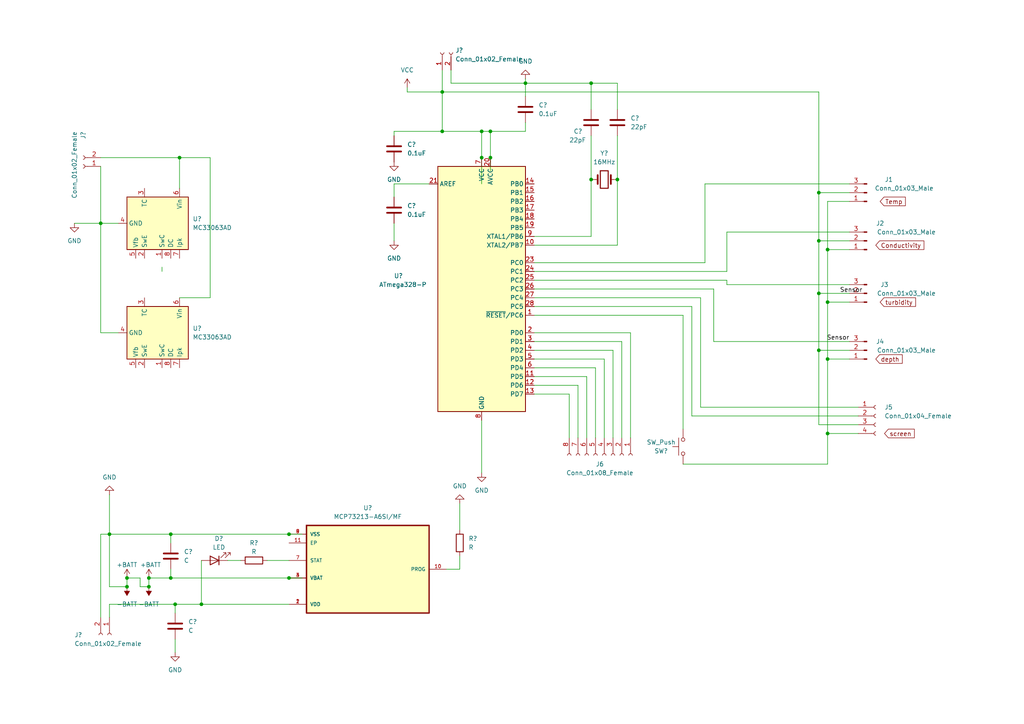
<source format=kicad_sch>
(kicad_sch (version 20211123) (generator eeschema)

  (uuid ca73a617-576a-4d4b-808c-54ec22cf38d2)

  (paper "A4")

  (title_block
    (title "Remote Water Quality Monitor")
    (date "2022-10-30")
    (rev "MDR")
    (company "Team 29/01")
  )

  (lib_symbols
    (symbol "Connector:Conn_01x02_Female" (pin_names (offset 1.016) hide) (in_bom yes) (on_board yes)
      (property "Reference" "J" (id 0) (at 0 2.54 0)
        (effects (font (size 1.27 1.27)))
      )
      (property "Value" "Conn_01x02_Female" (id 1) (at 0 -5.08 0)
        (effects (font (size 1.27 1.27)))
      )
      (property "Footprint" "" (id 2) (at 0 0 0)
        (effects (font (size 1.27 1.27)) hide)
      )
      (property "Datasheet" "~" (id 3) (at 0 0 0)
        (effects (font (size 1.27 1.27)) hide)
      )
      (property "ki_keywords" "connector" (id 4) (at 0 0 0)
        (effects (font (size 1.27 1.27)) hide)
      )
      (property "ki_description" "Generic connector, single row, 01x02, script generated (kicad-library-utils/schlib/autogen/connector/)" (id 5) (at 0 0 0)
        (effects (font (size 1.27 1.27)) hide)
      )
      (property "ki_fp_filters" "Connector*:*_1x??_*" (id 6) (at 0 0 0)
        (effects (font (size 1.27 1.27)) hide)
      )
      (symbol "Conn_01x02_Female_1_1"
        (arc (start 0 -2.032) (mid -0.508 -2.54) (end 0 -3.048)
          (stroke (width 0.1524) (type default) (color 0 0 0 0))
          (fill (type none))
        )
        (polyline
          (pts
            (xy -1.27 -2.54)
            (xy -0.508 -2.54)
          )
          (stroke (width 0.1524) (type default) (color 0 0 0 0))
          (fill (type none))
        )
        (polyline
          (pts
            (xy -1.27 0)
            (xy -0.508 0)
          )
          (stroke (width 0.1524) (type default) (color 0 0 0 0))
          (fill (type none))
        )
        (arc (start 0 0.508) (mid -0.508 0) (end 0 -0.508)
          (stroke (width 0.1524) (type default) (color 0 0 0 0))
          (fill (type none))
        )
        (pin passive line (at -5.08 0 0) (length 3.81)
          (name "Pin_1" (effects (font (size 1.27 1.27))))
          (number "1" (effects (font (size 1.27 1.27))))
        )
        (pin passive line (at -5.08 -2.54 0) (length 3.81)
          (name "Pin_2" (effects (font (size 1.27 1.27))))
          (number "2" (effects (font (size 1.27 1.27))))
        )
      )
    )
    (symbol "Connector:Conn_01x03_Male" (pin_names (offset 1.016) hide) (in_bom yes) (on_board yes)
      (property "Reference" "J" (id 0) (at 0 5.08 0)
        (effects (font (size 1.27 1.27)))
      )
      (property "Value" "Conn_01x03_Male" (id 1) (at 0 -5.08 0)
        (effects (font (size 1.27 1.27)))
      )
      (property "Footprint" "" (id 2) (at 0 0 0)
        (effects (font (size 1.27 1.27)) hide)
      )
      (property "Datasheet" "~" (id 3) (at 0 0 0)
        (effects (font (size 1.27 1.27)) hide)
      )
      (property "ki_keywords" "connector" (id 4) (at 0 0 0)
        (effects (font (size 1.27 1.27)) hide)
      )
      (property "ki_description" "Generic connector, single row, 01x03, script generated (kicad-library-utils/schlib/autogen/connector/)" (id 5) (at 0 0 0)
        (effects (font (size 1.27 1.27)) hide)
      )
      (property "ki_fp_filters" "Connector*:*_1x??_*" (id 6) (at 0 0 0)
        (effects (font (size 1.27 1.27)) hide)
      )
      (symbol "Conn_01x03_Male_1_1"
        (polyline
          (pts
            (xy 1.27 -2.54)
            (xy 0.8636 -2.54)
          )
          (stroke (width 0.1524) (type default) (color 0 0 0 0))
          (fill (type none))
        )
        (polyline
          (pts
            (xy 1.27 0)
            (xy 0.8636 0)
          )
          (stroke (width 0.1524) (type default) (color 0 0 0 0))
          (fill (type none))
        )
        (polyline
          (pts
            (xy 1.27 2.54)
            (xy 0.8636 2.54)
          )
          (stroke (width 0.1524) (type default) (color 0 0 0 0))
          (fill (type none))
        )
        (rectangle (start 0.8636 -2.413) (end 0 -2.667)
          (stroke (width 0.1524) (type default) (color 0 0 0 0))
          (fill (type outline))
        )
        (rectangle (start 0.8636 0.127) (end 0 -0.127)
          (stroke (width 0.1524) (type default) (color 0 0 0 0))
          (fill (type outline))
        )
        (rectangle (start 0.8636 2.667) (end 0 2.413)
          (stroke (width 0.1524) (type default) (color 0 0 0 0))
          (fill (type outline))
        )
        (pin passive line (at 5.08 2.54 180) (length 3.81)
          (name "Pin_1" (effects (font (size 1.27 1.27))))
          (number "1" (effects (font (size 1.27 1.27))))
        )
        (pin passive line (at 5.08 0 180) (length 3.81)
          (name "Pin_2" (effects (font (size 1.27 1.27))))
          (number "2" (effects (font (size 1.27 1.27))))
        )
        (pin passive line (at 5.08 -2.54 180) (length 3.81)
          (name "Pin_3" (effects (font (size 1.27 1.27))))
          (number "3" (effects (font (size 1.27 1.27))))
        )
      )
    )
    (symbol "Connector:Conn_01x04_Female" (pin_names (offset 1.016) hide) (in_bom yes) (on_board yes)
      (property "Reference" "J" (id 0) (at 0 5.08 0)
        (effects (font (size 1.27 1.27)))
      )
      (property "Value" "Conn_01x04_Female" (id 1) (at 0 -7.62 0)
        (effects (font (size 1.27 1.27)))
      )
      (property "Footprint" "" (id 2) (at 0 0 0)
        (effects (font (size 1.27 1.27)) hide)
      )
      (property "Datasheet" "~" (id 3) (at 0 0 0)
        (effects (font (size 1.27 1.27)) hide)
      )
      (property "ki_keywords" "connector" (id 4) (at 0 0 0)
        (effects (font (size 1.27 1.27)) hide)
      )
      (property "ki_description" "Generic connector, single row, 01x04, script generated (kicad-library-utils/schlib/autogen/connector/)" (id 5) (at 0 0 0)
        (effects (font (size 1.27 1.27)) hide)
      )
      (property "ki_fp_filters" "Connector*:*_1x??_*" (id 6) (at 0 0 0)
        (effects (font (size 1.27 1.27)) hide)
      )
      (symbol "Conn_01x04_Female_1_1"
        (arc (start 0 -4.572) (mid -0.508 -5.08) (end 0 -5.588)
          (stroke (width 0.1524) (type default) (color 0 0 0 0))
          (fill (type none))
        )
        (arc (start 0 -2.032) (mid -0.508 -2.54) (end 0 -3.048)
          (stroke (width 0.1524) (type default) (color 0 0 0 0))
          (fill (type none))
        )
        (polyline
          (pts
            (xy -1.27 -5.08)
            (xy -0.508 -5.08)
          )
          (stroke (width 0.1524) (type default) (color 0 0 0 0))
          (fill (type none))
        )
        (polyline
          (pts
            (xy -1.27 -2.54)
            (xy -0.508 -2.54)
          )
          (stroke (width 0.1524) (type default) (color 0 0 0 0))
          (fill (type none))
        )
        (polyline
          (pts
            (xy -1.27 0)
            (xy -0.508 0)
          )
          (stroke (width 0.1524) (type default) (color 0 0 0 0))
          (fill (type none))
        )
        (polyline
          (pts
            (xy -1.27 2.54)
            (xy -0.508 2.54)
          )
          (stroke (width 0.1524) (type default) (color 0 0 0 0))
          (fill (type none))
        )
        (arc (start 0 0.508) (mid -0.508 0) (end 0 -0.508)
          (stroke (width 0.1524) (type default) (color 0 0 0 0))
          (fill (type none))
        )
        (arc (start 0 3.048) (mid -0.508 2.54) (end 0 2.032)
          (stroke (width 0.1524) (type default) (color 0 0 0 0))
          (fill (type none))
        )
        (pin passive line (at -5.08 2.54 0) (length 3.81)
          (name "Pin_1" (effects (font (size 1.27 1.27))))
          (number "1" (effects (font (size 1.27 1.27))))
        )
        (pin passive line (at -5.08 0 0) (length 3.81)
          (name "Pin_2" (effects (font (size 1.27 1.27))))
          (number "2" (effects (font (size 1.27 1.27))))
        )
        (pin passive line (at -5.08 -2.54 0) (length 3.81)
          (name "Pin_3" (effects (font (size 1.27 1.27))))
          (number "3" (effects (font (size 1.27 1.27))))
        )
        (pin passive line (at -5.08 -5.08 0) (length 3.81)
          (name "Pin_4" (effects (font (size 1.27 1.27))))
          (number "4" (effects (font (size 1.27 1.27))))
        )
      )
    )
    (symbol "Connector:Conn_01x08_Female" (pin_names (offset 1.016) hide) (in_bom yes) (on_board yes)
      (property "Reference" "J" (id 0) (at 0 10.16 0)
        (effects (font (size 1.27 1.27)))
      )
      (property "Value" "Conn_01x08_Female" (id 1) (at 0 -12.7 0)
        (effects (font (size 1.27 1.27)))
      )
      (property "Footprint" "" (id 2) (at 0 0 0)
        (effects (font (size 1.27 1.27)) hide)
      )
      (property "Datasheet" "~" (id 3) (at 0 0 0)
        (effects (font (size 1.27 1.27)) hide)
      )
      (property "ki_keywords" "connector" (id 4) (at 0 0 0)
        (effects (font (size 1.27 1.27)) hide)
      )
      (property "ki_description" "Generic connector, single row, 01x08, script generated (kicad-library-utils/schlib/autogen/connector/)" (id 5) (at 0 0 0)
        (effects (font (size 1.27 1.27)) hide)
      )
      (property "ki_fp_filters" "Connector*:*_1x??_*" (id 6) (at 0 0 0)
        (effects (font (size 1.27 1.27)) hide)
      )
      (symbol "Conn_01x08_Female_1_1"
        (arc (start 0 -9.652) (mid -0.508 -10.16) (end 0 -10.668)
          (stroke (width 0.1524) (type default) (color 0 0 0 0))
          (fill (type none))
        )
        (arc (start 0 -7.112) (mid -0.508 -7.62) (end 0 -8.128)
          (stroke (width 0.1524) (type default) (color 0 0 0 0))
          (fill (type none))
        )
        (arc (start 0 -4.572) (mid -0.508 -5.08) (end 0 -5.588)
          (stroke (width 0.1524) (type default) (color 0 0 0 0))
          (fill (type none))
        )
        (arc (start 0 -2.032) (mid -0.508 -2.54) (end 0 -3.048)
          (stroke (width 0.1524) (type default) (color 0 0 0 0))
          (fill (type none))
        )
        (polyline
          (pts
            (xy -1.27 -10.16)
            (xy -0.508 -10.16)
          )
          (stroke (width 0.1524) (type default) (color 0 0 0 0))
          (fill (type none))
        )
        (polyline
          (pts
            (xy -1.27 -7.62)
            (xy -0.508 -7.62)
          )
          (stroke (width 0.1524) (type default) (color 0 0 0 0))
          (fill (type none))
        )
        (polyline
          (pts
            (xy -1.27 -5.08)
            (xy -0.508 -5.08)
          )
          (stroke (width 0.1524) (type default) (color 0 0 0 0))
          (fill (type none))
        )
        (polyline
          (pts
            (xy -1.27 -2.54)
            (xy -0.508 -2.54)
          )
          (stroke (width 0.1524) (type default) (color 0 0 0 0))
          (fill (type none))
        )
        (polyline
          (pts
            (xy -1.27 0)
            (xy -0.508 0)
          )
          (stroke (width 0.1524) (type default) (color 0 0 0 0))
          (fill (type none))
        )
        (polyline
          (pts
            (xy -1.27 2.54)
            (xy -0.508 2.54)
          )
          (stroke (width 0.1524) (type default) (color 0 0 0 0))
          (fill (type none))
        )
        (polyline
          (pts
            (xy -1.27 5.08)
            (xy -0.508 5.08)
          )
          (stroke (width 0.1524) (type default) (color 0 0 0 0))
          (fill (type none))
        )
        (polyline
          (pts
            (xy -1.27 7.62)
            (xy -0.508 7.62)
          )
          (stroke (width 0.1524) (type default) (color 0 0 0 0))
          (fill (type none))
        )
        (arc (start 0 0.508) (mid -0.508 0) (end 0 -0.508)
          (stroke (width 0.1524) (type default) (color 0 0 0 0))
          (fill (type none))
        )
        (arc (start 0 3.048) (mid -0.508 2.54) (end 0 2.032)
          (stroke (width 0.1524) (type default) (color 0 0 0 0))
          (fill (type none))
        )
        (arc (start 0 5.588) (mid -0.508 5.08) (end 0 4.572)
          (stroke (width 0.1524) (type default) (color 0 0 0 0))
          (fill (type none))
        )
        (arc (start 0 8.128) (mid -0.508 7.62) (end 0 7.112)
          (stroke (width 0.1524) (type default) (color 0 0 0 0))
          (fill (type none))
        )
        (pin passive line (at -5.08 7.62 0) (length 3.81)
          (name "Pin_1" (effects (font (size 1.27 1.27))))
          (number "1" (effects (font (size 1.27 1.27))))
        )
        (pin passive line (at -5.08 5.08 0) (length 3.81)
          (name "Pin_2" (effects (font (size 1.27 1.27))))
          (number "2" (effects (font (size 1.27 1.27))))
        )
        (pin passive line (at -5.08 2.54 0) (length 3.81)
          (name "Pin_3" (effects (font (size 1.27 1.27))))
          (number "3" (effects (font (size 1.27 1.27))))
        )
        (pin passive line (at -5.08 0 0) (length 3.81)
          (name "Pin_4" (effects (font (size 1.27 1.27))))
          (number "4" (effects (font (size 1.27 1.27))))
        )
        (pin passive line (at -5.08 -2.54 0) (length 3.81)
          (name "Pin_5" (effects (font (size 1.27 1.27))))
          (number "5" (effects (font (size 1.27 1.27))))
        )
        (pin passive line (at -5.08 -5.08 0) (length 3.81)
          (name "Pin_6" (effects (font (size 1.27 1.27))))
          (number "6" (effects (font (size 1.27 1.27))))
        )
        (pin passive line (at -5.08 -7.62 0) (length 3.81)
          (name "Pin_7" (effects (font (size 1.27 1.27))))
          (number "7" (effects (font (size 1.27 1.27))))
        )
        (pin passive line (at -5.08 -10.16 0) (length 3.81)
          (name "Pin_8" (effects (font (size 1.27 1.27))))
          (number "8" (effects (font (size 1.27 1.27))))
        )
      )
    )
    (symbol "Device:C" (pin_numbers hide) (pin_names (offset 0.254)) (in_bom yes) (on_board yes)
      (property "Reference" "C" (id 0) (at 0.635 2.54 0)
        (effects (font (size 1.27 1.27)) (justify left))
      )
      (property "Value" "C" (id 1) (at 0.635 -2.54 0)
        (effects (font (size 1.27 1.27)) (justify left))
      )
      (property "Footprint" "" (id 2) (at 0.9652 -3.81 0)
        (effects (font (size 1.27 1.27)) hide)
      )
      (property "Datasheet" "~" (id 3) (at 0 0 0)
        (effects (font (size 1.27 1.27)) hide)
      )
      (property "ki_keywords" "cap capacitor" (id 4) (at 0 0 0)
        (effects (font (size 1.27 1.27)) hide)
      )
      (property "ki_description" "Unpolarized capacitor" (id 5) (at 0 0 0)
        (effects (font (size 1.27 1.27)) hide)
      )
      (property "ki_fp_filters" "C_*" (id 6) (at 0 0 0)
        (effects (font (size 1.27 1.27)) hide)
      )
      (symbol "C_0_1"
        (polyline
          (pts
            (xy -2.032 -0.762)
            (xy 2.032 -0.762)
          )
          (stroke (width 0.508) (type default) (color 0 0 0 0))
          (fill (type none))
        )
        (polyline
          (pts
            (xy -2.032 0.762)
            (xy 2.032 0.762)
          )
          (stroke (width 0.508) (type default) (color 0 0 0 0))
          (fill (type none))
        )
      )
      (symbol "C_1_1"
        (pin passive line (at 0 3.81 270) (length 2.794)
          (name "~" (effects (font (size 1.27 1.27))))
          (number "1" (effects (font (size 1.27 1.27))))
        )
        (pin passive line (at 0 -3.81 90) (length 2.794)
          (name "~" (effects (font (size 1.27 1.27))))
          (number "2" (effects (font (size 1.27 1.27))))
        )
      )
    )
    (symbol "Device:Crystal" (pin_numbers hide) (pin_names (offset 1.016) hide) (in_bom yes) (on_board yes)
      (property "Reference" "Y" (id 0) (at 0 3.81 0)
        (effects (font (size 1.27 1.27)))
      )
      (property "Value" "Crystal" (id 1) (at 0 -3.81 0)
        (effects (font (size 1.27 1.27)))
      )
      (property "Footprint" "" (id 2) (at 0 0 0)
        (effects (font (size 1.27 1.27)) hide)
      )
      (property "Datasheet" "~" (id 3) (at 0 0 0)
        (effects (font (size 1.27 1.27)) hide)
      )
      (property "ki_keywords" "quartz ceramic resonator oscillator" (id 4) (at 0 0 0)
        (effects (font (size 1.27 1.27)) hide)
      )
      (property "ki_description" "Two pin crystal" (id 5) (at 0 0 0)
        (effects (font (size 1.27 1.27)) hide)
      )
      (property "ki_fp_filters" "Crystal*" (id 6) (at 0 0 0)
        (effects (font (size 1.27 1.27)) hide)
      )
      (symbol "Crystal_0_1"
        (rectangle (start -1.143 2.54) (end 1.143 -2.54)
          (stroke (width 0.3048) (type default) (color 0 0 0 0))
          (fill (type none))
        )
        (polyline
          (pts
            (xy -2.54 0)
            (xy -1.905 0)
          )
          (stroke (width 0) (type default) (color 0 0 0 0))
          (fill (type none))
        )
        (polyline
          (pts
            (xy -1.905 -1.27)
            (xy -1.905 1.27)
          )
          (stroke (width 0.508) (type default) (color 0 0 0 0))
          (fill (type none))
        )
        (polyline
          (pts
            (xy 1.905 -1.27)
            (xy 1.905 1.27)
          )
          (stroke (width 0.508) (type default) (color 0 0 0 0))
          (fill (type none))
        )
        (polyline
          (pts
            (xy 2.54 0)
            (xy 1.905 0)
          )
          (stroke (width 0) (type default) (color 0 0 0 0))
          (fill (type none))
        )
      )
      (symbol "Crystal_1_1"
        (pin passive line (at -3.81 0 0) (length 1.27)
          (name "1" (effects (font (size 1.27 1.27))))
          (number "1" (effects (font (size 1.27 1.27))))
        )
        (pin passive line (at 3.81 0 180) (length 1.27)
          (name "2" (effects (font (size 1.27 1.27))))
          (number "2" (effects (font (size 1.27 1.27))))
        )
      )
    )
    (symbol "Device:LED" (pin_numbers hide) (pin_names (offset 1.016) hide) (in_bom yes) (on_board yes)
      (property "Reference" "D" (id 0) (at 0 2.54 0)
        (effects (font (size 1.27 1.27)))
      )
      (property "Value" "LED" (id 1) (at 0 -2.54 0)
        (effects (font (size 1.27 1.27)))
      )
      (property "Footprint" "" (id 2) (at 0 0 0)
        (effects (font (size 1.27 1.27)) hide)
      )
      (property "Datasheet" "~" (id 3) (at 0 0 0)
        (effects (font (size 1.27 1.27)) hide)
      )
      (property "ki_keywords" "LED diode" (id 4) (at 0 0 0)
        (effects (font (size 1.27 1.27)) hide)
      )
      (property "ki_description" "Light emitting diode" (id 5) (at 0 0 0)
        (effects (font (size 1.27 1.27)) hide)
      )
      (property "ki_fp_filters" "LED* LED_SMD:* LED_THT:*" (id 6) (at 0 0 0)
        (effects (font (size 1.27 1.27)) hide)
      )
      (symbol "LED_0_1"
        (polyline
          (pts
            (xy -1.27 -1.27)
            (xy -1.27 1.27)
          )
          (stroke (width 0.254) (type default) (color 0 0 0 0))
          (fill (type none))
        )
        (polyline
          (pts
            (xy -1.27 0)
            (xy 1.27 0)
          )
          (stroke (width 0) (type default) (color 0 0 0 0))
          (fill (type none))
        )
        (polyline
          (pts
            (xy 1.27 -1.27)
            (xy 1.27 1.27)
            (xy -1.27 0)
            (xy 1.27 -1.27)
          )
          (stroke (width 0.254) (type default) (color 0 0 0 0))
          (fill (type none))
        )
        (polyline
          (pts
            (xy -3.048 -0.762)
            (xy -4.572 -2.286)
            (xy -3.81 -2.286)
            (xy -4.572 -2.286)
            (xy -4.572 -1.524)
          )
          (stroke (width 0) (type default) (color 0 0 0 0))
          (fill (type none))
        )
        (polyline
          (pts
            (xy -1.778 -0.762)
            (xy -3.302 -2.286)
            (xy -2.54 -2.286)
            (xy -3.302 -2.286)
            (xy -3.302 -1.524)
          )
          (stroke (width 0) (type default) (color 0 0 0 0))
          (fill (type none))
        )
      )
      (symbol "LED_1_1"
        (pin passive line (at -3.81 0 0) (length 2.54)
          (name "K" (effects (font (size 1.27 1.27))))
          (number "1" (effects (font (size 1.27 1.27))))
        )
        (pin passive line (at 3.81 0 180) (length 2.54)
          (name "A" (effects (font (size 1.27 1.27))))
          (number "2" (effects (font (size 1.27 1.27))))
        )
      )
    )
    (symbol "Device:R" (pin_numbers hide) (pin_names (offset 0)) (in_bom yes) (on_board yes)
      (property "Reference" "R" (id 0) (at 2.032 0 90)
        (effects (font (size 1.27 1.27)))
      )
      (property "Value" "R" (id 1) (at 0 0 90)
        (effects (font (size 1.27 1.27)))
      )
      (property "Footprint" "" (id 2) (at -1.778 0 90)
        (effects (font (size 1.27 1.27)) hide)
      )
      (property "Datasheet" "~" (id 3) (at 0 0 0)
        (effects (font (size 1.27 1.27)) hide)
      )
      (property "ki_keywords" "R res resistor" (id 4) (at 0 0 0)
        (effects (font (size 1.27 1.27)) hide)
      )
      (property "ki_description" "Resistor" (id 5) (at 0 0 0)
        (effects (font (size 1.27 1.27)) hide)
      )
      (property "ki_fp_filters" "R_*" (id 6) (at 0 0 0)
        (effects (font (size 1.27 1.27)) hide)
      )
      (symbol "R_0_1"
        (rectangle (start -1.016 -2.54) (end 1.016 2.54)
          (stroke (width 0.254) (type default) (color 0 0 0 0))
          (fill (type none))
        )
      )
      (symbol "R_1_1"
        (pin passive line (at 0 3.81 270) (length 1.27)
          (name "~" (effects (font (size 1.27 1.27))))
          (number "1" (effects (font (size 1.27 1.27))))
        )
        (pin passive line (at 0 -3.81 90) (length 1.27)
          (name "~" (effects (font (size 1.27 1.27))))
          (number "2" (effects (font (size 1.27 1.27))))
        )
      )
    )
    (symbol "MCP73213-A6SI_MF:MCP73213-A6SI{slash}MF" (pin_names (offset 1.016)) (in_bom yes) (on_board yes)
      (property "Reference" "U" (id 0) (at -17.8308 13.7414 0)
        (effects (font (size 1.27 1.27)) (justify left bottom))
      )
      (property "Value" "MCP73213-A6SI{slash}MF" (id 1) (at -17.8054 -16.7132 0)
        (effects (font (size 1.27 1.27)) (justify left bottom))
      )
      (property "Footprint" "SON50P300X300X100-11N" (id 2) (at 0 0 0)
        (effects (font (size 1.27 1.27)) (justify left bottom) hide)
      )
      (property "Datasheet" "" (id 3) (at 0 0 0)
        (effects (font (size 1.27 1.27)) (justify left bottom) hide)
      )
      (property "MF" "Microchip" (id 4) (at 0 0 0)
        (effects (font (size 1.27 1.27)) (justify left bottom) hide)
      )
      (property "SNAPEDA_PACKAGE_ID" "30778" (id 5) (at 0 0 0)
        (effects (font (size 1.27 1.27)) (justify left bottom) hide)
      )
      (property "PRICE" "1.60 USD" (id 6) (at 0 0 0)
        (effects (font (size 1.27 1.27)) (justify left bottom) hide)
      )
      (property "AVAILABILITY" "Good" (id 7) (at 0 0 0)
        (effects (font (size 1.27 1.27)) (justify left bottom) hide)
      )
      (property "PACKAGE" "DFN-10 Microchip" (id 8) (at 0 0 0)
        (effects (font (size 1.27 1.27)) (justify left bottom) hide)
      )
      (property "MP" "MCP73213-A6SI/MF" (id 9) (at 0 0 0)
        (effects (font (size 1.27 1.27)) (justify left bottom) hide)
      )
      (property "DESCRIPTION" "MCP Series 16V Dual-Cell Li-Ion/Li-Polymer Battery Charge Management Controller" (id 10) (at 0 0 0)
        (effects (font (size 1.27 1.27)) (justify left bottom) hide)
      )
      (property "ki_locked" "" (id 11) (at 0 0 0)
        (effects (font (size 1.27 1.27)))
      )
      (symbol "MCP73213-A6SI{slash}MF_0_0"
        (rectangle (start -17.78 -12.7) (end 17.78 12.7)
          (stroke (width 0.4064) (type default) (color 0 0 0 0))
          (fill (type background))
        )
        (pin power_in line (at 22.86 10.16 180) (length 5.08)
          (name "VDD" (effects (font (size 1.016 1.016))))
          (number "1" (effects (font (size 1.016 1.016))))
        )
        (pin bidirectional line (at -22.86 0 0) (length 5.08)
          (name "PROG" (effects (font (size 1.016 1.016))))
          (number "10" (effects (font (size 1.016 1.016))))
        )
        (pin power_in line (at 22.86 -7.62 180) (length 5.08)
          (name "EP" (effects (font (size 1.016 1.016))))
          (number "11" (effects (font (size 1.016 1.016))))
        )
        (pin power_in line (at 22.86 10.16 180) (length 5.08)
          (name "VDD" (effects (font (size 1.016 1.016))))
          (number "2" (effects (font (size 1.016 1.016))))
        )
        (pin bidirectional line (at 22.86 2.54 180) (length 5.08)
          (name "VBAT" (effects (font (size 1.016 1.016))))
          (number "3" (effects (font (size 1.016 1.016))))
        )
        (pin bidirectional line (at 22.86 2.54 180) (length 5.08)
          (name "VBAT" (effects (font (size 1.016 1.016))))
          (number "4" (effects (font (size 1.016 1.016))))
        )
        (pin output line (at 22.86 -2.54 180) (length 5.08)
          (name "STAT" (effects (font (size 1.016 1.016))))
          (number "7" (effects (font (size 1.016 1.016))))
        )
        (pin power_in line (at 22.86 -10.16 180) (length 5.08)
          (name "VSS" (effects (font (size 1.016 1.016))))
          (number "8" (effects (font (size 1.016 1.016))))
        )
        (pin power_in line (at 22.86 -10.16 180) (length 5.08)
          (name "VSS" (effects (font (size 1.016 1.016))))
          (number "9" (effects (font (size 1.016 1.016))))
        )
      )
    )
    (symbol "MCU_Microchip_ATmega:ATmega328-P" (in_bom yes) (on_board yes)
      (property "Reference" "U" (id 0) (at -12.7 36.83 0)
        (effects (font (size 1.27 1.27)) (justify left bottom))
      )
      (property "Value" "ATmega328-P" (id 1) (at 2.54 -36.83 0)
        (effects (font (size 1.27 1.27)) (justify left top))
      )
      (property "Footprint" "Package_DIP:DIP-28_W7.62mm" (id 2) (at 0 0 0)
        (effects (font (size 1.27 1.27) italic) hide)
      )
      (property "Datasheet" "http://ww1.microchip.com/downloads/en/DeviceDoc/ATmega328_P%20AVR%20MCU%20with%20picoPower%20Technology%20Data%20Sheet%2040001984A.pdf" (id 3) (at 0 0 0)
        (effects (font (size 1.27 1.27)) hide)
      )
      (property "ki_keywords" "AVR 8bit Microcontroller MegaAVR" (id 4) (at 0 0 0)
        (effects (font (size 1.27 1.27)) hide)
      )
      (property "ki_description" "20MHz, 32kB Flash, 2kB SRAM, 1kB EEPROM, DIP-28" (id 5) (at 0 0 0)
        (effects (font (size 1.27 1.27)) hide)
      )
      (property "ki_fp_filters" "DIP*W7.62mm*" (id 6) (at 0 0 0)
        (effects (font (size 1.27 1.27)) hide)
      )
      (symbol "ATmega328-P_0_1"
        (rectangle (start -12.7 -35.56) (end 12.7 35.56)
          (stroke (width 0.254) (type default) (color 0 0 0 0))
          (fill (type background))
        )
      )
      (symbol "ATmega328-P_1_1"
        (pin bidirectional line (at 15.24 -7.62 180) (length 2.54)
          (name "~{RESET}/PC6" (effects (font (size 1.27 1.27))))
          (number "1" (effects (font (size 1.27 1.27))))
        )
        (pin bidirectional line (at 15.24 12.7 180) (length 2.54)
          (name "XTAL2/PB7" (effects (font (size 1.27 1.27))))
          (number "10" (effects (font (size 1.27 1.27))))
        )
        (pin bidirectional line (at 15.24 -25.4 180) (length 2.54)
          (name "PD5" (effects (font (size 1.27 1.27))))
          (number "11" (effects (font (size 1.27 1.27))))
        )
        (pin bidirectional line (at 15.24 -27.94 180) (length 2.54)
          (name "PD6" (effects (font (size 1.27 1.27))))
          (number "12" (effects (font (size 1.27 1.27))))
        )
        (pin bidirectional line (at 15.24 -30.48 180) (length 2.54)
          (name "PD7" (effects (font (size 1.27 1.27))))
          (number "13" (effects (font (size 1.27 1.27))))
        )
        (pin bidirectional line (at 15.24 30.48 180) (length 2.54)
          (name "PB0" (effects (font (size 1.27 1.27))))
          (number "14" (effects (font (size 1.27 1.27))))
        )
        (pin bidirectional line (at 15.24 27.94 180) (length 2.54)
          (name "PB1" (effects (font (size 1.27 1.27))))
          (number "15" (effects (font (size 1.27 1.27))))
        )
        (pin bidirectional line (at 15.24 25.4 180) (length 2.54)
          (name "PB2" (effects (font (size 1.27 1.27))))
          (number "16" (effects (font (size 1.27 1.27))))
        )
        (pin bidirectional line (at 15.24 22.86 180) (length 2.54)
          (name "PB3" (effects (font (size 1.27 1.27))))
          (number "17" (effects (font (size 1.27 1.27))))
        )
        (pin bidirectional line (at 15.24 20.32 180) (length 2.54)
          (name "PB4" (effects (font (size 1.27 1.27))))
          (number "18" (effects (font (size 1.27 1.27))))
        )
        (pin bidirectional line (at 15.24 17.78 180) (length 2.54)
          (name "PB5" (effects (font (size 1.27 1.27))))
          (number "19" (effects (font (size 1.27 1.27))))
        )
        (pin bidirectional line (at 15.24 -12.7 180) (length 2.54)
          (name "PD0" (effects (font (size 1.27 1.27))))
          (number "2" (effects (font (size 1.27 1.27))))
        )
        (pin power_in line (at 2.54 38.1 270) (length 2.54)
          (name "AVCC" (effects (font (size 1.27 1.27))))
          (number "20" (effects (font (size 1.27 1.27))))
        )
        (pin passive line (at -15.24 30.48 0) (length 2.54)
          (name "AREF" (effects (font (size 1.27 1.27))))
          (number "21" (effects (font (size 1.27 1.27))))
        )
        (pin passive line (at 0 -38.1 90) (length 2.54) hide
          (name "GND" (effects (font (size 1.27 1.27))))
          (number "22" (effects (font (size 1.27 1.27))))
        )
        (pin bidirectional line (at 15.24 7.62 180) (length 2.54)
          (name "PC0" (effects (font (size 1.27 1.27))))
          (number "23" (effects (font (size 1.27 1.27))))
        )
        (pin bidirectional line (at 15.24 5.08 180) (length 2.54)
          (name "PC1" (effects (font (size 1.27 1.27))))
          (number "24" (effects (font (size 1.27 1.27))))
        )
        (pin bidirectional line (at 15.24 2.54 180) (length 2.54)
          (name "PC2" (effects (font (size 1.27 1.27))))
          (number "25" (effects (font (size 1.27 1.27))))
        )
        (pin bidirectional line (at 15.24 0 180) (length 2.54)
          (name "PC3" (effects (font (size 1.27 1.27))))
          (number "26" (effects (font (size 1.27 1.27))))
        )
        (pin bidirectional line (at 15.24 -2.54 180) (length 2.54)
          (name "PC4" (effects (font (size 1.27 1.27))))
          (number "27" (effects (font (size 1.27 1.27))))
        )
        (pin bidirectional line (at 15.24 -5.08 180) (length 2.54)
          (name "PC5" (effects (font (size 1.27 1.27))))
          (number "28" (effects (font (size 1.27 1.27))))
        )
        (pin bidirectional line (at 15.24 -15.24 180) (length 2.54)
          (name "PD1" (effects (font (size 1.27 1.27))))
          (number "3" (effects (font (size 1.27 1.27))))
        )
        (pin bidirectional line (at 15.24 -17.78 180) (length 2.54)
          (name "PD2" (effects (font (size 1.27 1.27))))
          (number "4" (effects (font (size 1.27 1.27))))
        )
        (pin bidirectional line (at 15.24 -20.32 180) (length 2.54)
          (name "PD3" (effects (font (size 1.27 1.27))))
          (number "5" (effects (font (size 1.27 1.27))))
        )
        (pin bidirectional line (at 15.24 -22.86 180) (length 2.54)
          (name "PD4" (effects (font (size 1.27 1.27))))
          (number "6" (effects (font (size 1.27 1.27))))
        )
        (pin power_in line (at 0 38.1 270) (length 2.54)
          (name "VCC" (effects (font (size 1.27 1.27))))
          (number "7" (effects (font (size 1.27 1.27))))
        )
        (pin power_in line (at 0 -38.1 90) (length 2.54)
          (name "GND" (effects (font (size 1.27 1.27))))
          (number "8" (effects (font (size 1.27 1.27))))
        )
        (pin bidirectional line (at 15.24 15.24 180) (length 2.54)
          (name "XTAL1/PB6" (effects (font (size 1.27 1.27))))
          (number "9" (effects (font (size 1.27 1.27))))
        )
      )
    )
    (symbol "Regulator_Switching:MC33063AD" (in_bom yes) (on_board yes)
      (property "Reference" "U" (id 0) (at -7.62 8.89 0)
        (effects (font (size 1.27 1.27)) (justify left))
      )
      (property "Value" "MC33063AD" (id 1) (at 0 8.89 0)
        (effects (font (size 1.27 1.27)) (justify left))
      )
      (property "Footprint" "Package_SO:SOIC-8_3.9x4.9mm_P1.27mm" (id 2) (at 1.27 -11.43 0)
        (effects (font (size 1.27 1.27)) (justify left) hide)
      )
      (property "Datasheet" "http://www.onsemi.com/pub_link/Collateral/MC34063A-D.PDF" (id 3) (at 12.7 -2.54 0)
        (effects (font (size 1.27 1.27)) hide)
      )
      (property "ki_keywords" "smps buck boost inverting" (id 4) (at 0 0 0)
        (effects (font (size 1.27 1.27)) hide)
      )
      (property "ki_description" "1.5A, step-up/down/inverting switching regulator, 3-40V Vin, 100kHz, SO-8" (id 5) (at 0 0 0)
        (effects (font (size 1.27 1.27)) hide)
      )
      (property "ki_fp_filters" "SOIC*3.9x4.9mm*P1.27mm*" (id 6) (at 0 0 0)
        (effects (font (size 1.27 1.27)) hide)
      )
      (symbol "MC33063AD_0_1"
        (rectangle (start -7.62 7.62) (end 7.62 -10.16)
          (stroke (width 0.254) (type default) (color 0 0 0 0))
          (fill (type background))
        )
      )
      (symbol "MC33063AD_1_1"
        (pin open_collector line (at 10.16 0 180) (length 2.54)
          (name "SwC" (effects (font (size 1.27 1.27))))
          (number "1" (effects (font (size 1.27 1.27))))
        )
        (pin open_emitter line (at 10.16 -5.08 180) (length 2.54)
          (name "SwE" (effects (font (size 1.27 1.27))))
          (number "2" (effects (font (size 1.27 1.27))))
        )
        (pin passive line (at -10.16 -5.08 0) (length 2.54)
          (name "TC" (effects (font (size 1.27 1.27))))
          (number "3" (effects (font (size 1.27 1.27))))
        )
        (pin power_in line (at 0 -12.7 90) (length 2.54)
          (name "GND" (effects (font (size 1.27 1.27))))
          (number "4" (effects (font (size 1.27 1.27))))
        )
        (pin input line (at 10.16 -7.62 180) (length 2.54)
          (name "Vfb" (effects (font (size 1.27 1.27))))
          (number "5" (effects (font (size 1.27 1.27))))
        )
        (pin power_in line (at -10.16 5.08 0) (length 2.54)
          (name "Vin" (effects (font (size 1.27 1.27))))
          (number "6" (effects (font (size 1.27 1.27))))
        )
        (pin input line (at 10.16 5.08 180) (length 2.54)
          (name "Ipk" (effects (font (size 1.27 1.27))))
          (number "7" (effects (font (size 1.27 1.27))))
        )
        (pin open_collector line (at 10.16 2.54 180) (length 2.54)
          (name "DC" (effects (font (size 1.27 1.27))))
          (number "8" (effects (font (size 1.27 1.27))))
        )
      )
    )
    (symbol "Switch:SW_Push" (pin_numbers hide) (pin_names (offset 1.016) hide) (in_bom yes) (on_board yes)
      (property "Reference" "SW" (id 0) (at 1.27 2.54 0)
        (effects (font (size 1.27 1.27)) (justify left))
      )
      (property "Value" "SW_Push" (id 1) (at 0 -1.524 0)
        (effects (font (size 1.27 1.27)))
      )
      (property "Footprint" "" (id 2) (at 0 5.08 0)
        (effects (font (size 1.27 1.27)) hide)
      )
      (property "Datasheet" "~" (id 3) (at 0 5.08 0)
        (effects (font (size 1.27 1.27)) hide)
      )
      (property "ki_keywords" "switch normally-open pushbutton push-button" (id 4) (at 0 0 0)
        (effects (font (size 1.27 1.27)) hide)
      )
      (property "ki_description" "Push button switch, generic, two pins" (id 5) (at 0 0 0)
        (effects (font (size 1.27 1.27)) hide)
      )
      (symbol "SW_Push_0_1"
        (circle (center -2.032 0) (radius 0.508)
          (stroke (width 0) (type default) (color 0 0 0 0))
          (fill (type none))
        )
        (polyline
          (pts
            (xy 0 1.27)
            (xy 0 3.048)
          )
          (stroke (width 0) (type default) (color 0 0 0 0))
          (fill (type none))
        )
        (polyline
          (pts
            (xy 2.54 1.27)
            (xy -2.54 1.27)
          )
          (stroke (width 0) (type default) (color 0 0 0 0))
          (fill (type none))
        )
        (circle (center 2.032 0) (radius 0.508)
          (stroke (width 0) (type default) (color 0 0 0 0))
          (fill (type none))
        )
        (pin passive line (at -5.08 0 0) (length 2.54)
          (name "1" (effects (font (size 1.27 1.27))))
          (number "1" (effects (font (size 1.27 1.27))))
        )
        (pin passive line (at 5.08 0 180) (length 2.54)
          (name "2" (effects (font (size 1.27 1.27))))
          (number "2" (effects (font (size 1.27 1.27))))
        )
      )
    )
    (symbol "power:+BATT" (power) (pin_names (offset 0)) (in_bom yes) (on_board yes)
      (property "Reference" "#PWR" (id 0) (at 0 -3.81 0)
        (effects (font (size 1.27 1.27)) hide)
      )
      (property "Value" "+BATT" (id 1) (at 0 3.556 0)
        (effects (font (size 1.27 1.27)))
      )
      (property "Footprint" "" (id 2) (at 0 0 0)
        (effects (font (size 1.27 1.27)) hide)
      )
      (property "Datasheet" "" (id 3) (at 0 0 0)
        (effects (font (size 1.27 1.27)) hide)
      )
      (property "ki_keywords" "power-flag battery" (id 4) (at 0 0 0)
        (effects (font (size 1.27 1.27)) hide)
      )
      (property "ki_description" "Power symbol creates a global label with name \"+BATT\"" (id 5) (at 0 0 0)
        (effects (font (size 1.27 1.27)) hide)
      )
      (symbol "+BATT_0_1"
        (polyline
          (pts
            (xy -0.762 1.27)
            (xy 0 2.54)
          )
          (stroke (width 0) (type default) (color 0 0 0 0))
          (fill (type none))
        )
        (polyline
          (pts
            (xy 0 0)
            (xy 0 2.54)
          )
          (stroke (width 0) (type default) (color 0 0 0 0))
          (fill (type none))
        )
        (polyline
          (pts
            (xy 0 2.54)
            (xy 0.762 1.27)
          )
          (stroke (width 0) (type default) (color 0 0 0 0))
          (fill (type none))
        )
      )
      (symbol "+BATT_1_1"
        (pin power_in line (at 0 0 90) (length 0) hide
          (name "+BATT" (effects (font (size 1.27 1.27))))
          (number "1" (effects (font (size 1.27 1.27))))
        )
      )
    )
    (symbol "power:-BATT" (power) (pin_names (offset 0)) (in_bom yes) (on_board yes)
      (property "Reference" "#PWR" (id 0) (at 0 -3.81 0)
        (effects (font (size 1.27 1.27)) hide)
      )
      (property "Value" "-BATT" (id 1) (at 0 3.556 0)
        (effects (font (size 1.27 1.27)))
      )
      (property "Footprint" "" (id 2) (at 0 0 0)
        (effects (font (size 1.27 1.27)) hide)
      )
      (property "Datasheet" "" (id 3) (at 0 0 0)
        (effects (font (size 1.27 1.27)) hide)
      )
      (property "ki_keywords" "power-flag battery" (id 4) (at 0 0 0)
        (effects (font (size 1.27 1.27)) hide)
      )
      (property "ki_description" "Power symbol creates a global label with name \"-BATT\"" (id 5) (at 0 0 0)
        (effects (font (size 1.27 1.27)) hide)
      )
      (symbol "-BATT_0_1"
        (polyline
          (pts
            (xy 0 0)
            (xy 0 2.54)
          )
          (stroke (width 0) (type default) (color 0 0 0 0))
          (fill (type none))
        )
        (polyline
          (pts
            (xy 0.762 1.27)
            (xy -0.762 1.27)
            (xy 0 2.54)
            (xy 0.762 1.27)
          )
          (stroke (width 0) (type default) (color 0 0 0 0))
          (fill (type outline))
        )
      )
      (symbol "-BATT_1_1"
        (pin power_in line (at 0 0 90) (length 0) hide
          (name "-BATT" (effects (font (size 1.27 1.27))))
          (number "1" (effects (font (size 1.27 1.27))))
        )
      )
    )
    (symbol "power:GND" (power) (pin_names (offset 0)) (in_bom yes) (on_board yes)
      (property "Reference" "#PWR" (id 0) (at 0 -6.35 0)
        (effects (font (size 1.27 1.27)) hide)
      )
      (property "Value" "GND" (id 1) (at 0 -3.81 0)
        (effects (font (size 1.27 1.27)))
      )
      (property "Footprint" "" (id 2) (at 0 0 0)
        (effects (font (size 1.27 1.27)) hide)
      )
      (property "Datasheet" "" (id 3) (at 0 0 0)
        (effects (font (size 1.27 1.27)) hide)
      )
      (property "ki_keywords" "power-flag" (id 4) (at 0 0 0)
        (effects (font (size 1.27 1.27)) hide)
      )
      (property "ki_description" "Power symbol creates a global label with name \"GND\" , ground" (id 5) (at 0 0 0)
        (effects (font (size 1.27 1.27)) hide)
      )
      (symbol "GND_0_1"
        (polyline
          (pts
            (xy 0 0)
            (xy 0 -1.27)
            (xy 1.27 -1.27)
            (xy 0 -2.54)
            (xy -1.27 -1.27)
            (xy 0 -1.27)
          )
          (stroke (width 0) (type default) (color 0 0 0 0))
          (fill (type none))
        )
      )
      (symbol "GND_1_1"
        (pin power_in line (at 0 0 270) (length 0) hide
          (name "GND" (effects (font (size 1.27 1.27))))
          (number "1" (effects (font (size 1.27 1.27))))
        )
      )
    )
    (symbol "power:VCC" (power) (pin_names (offset 0)) (in_bom yes) (on_board yes)
      (property "Reference" "#PWR" (id 0) (at 0 -3.81 0)
        (effects (font (size 1.27 1.27)) hide)
      )
      (property "Value" "VCC" (id 1) (at 0 3.81 0)
        (effects (font (size 1.27 1.27)))
      )
      (property "Footprint" "" (id 2) (at 0 0 0)
        (effects (font (size 1.27 1.27)) hide)
      )
      (property "Datasheet" "" (id 3) (at 0 0 0)
        (effects (font (size 1.27 1.27)) hide)
      )
      (property "ki_keywords" "power-flag" (id 4) (at 0 0 0)
        (effects (font (size 1.27 1.27)) hide)
      )
      (property "ki_description" "Power symbol creates a global label with name \"VCC\"" (id 5) (at 0 0 0)
        (effects (font (size 1.27 1.27)) hide)
      )
      (symbol "VCC_0_1"
        (polyline
          (pts
            (xy -0.762 1.27)
            (xy 0 2.54)
          )
          (stroke (width 0) (type default) (color 0 0 0 0))
          (fill (type none))
        )
        (polyline
          (pts
            (xy 0 0)
            (xy 0 2.54)
          )
          (stroke (width 0) (type default) (color 0 0 0 0))
          (fill (type none))
        )
        (polyline
          (pts
            (xy 0 2.54)
            (xy 0.762 1.27)
          )
          (stroke (width 0) (type default) (color 0 0 0 0))
          (fill (type none))
        )
      )
      (symbol "VCC_1_1"
        (pin power_in line (at 0 0 90) (length 0) hide
          (name "VCC" (effects (font (size 1.27 1.27))))
          (number "1" (effects (font (size 1.27 1.27))))
        )
      )
    )
  )

  (junction (at 50.8 175.26) (diameter 0) (color 0 0 0 0)
    (uuid 0c7837d2-dfef-477e-ba15-d00256af3077)
  )
  (junction (at 240.03 72.39) (diameter 0) (color 0 0 0 0)
    (uuid 0eefd362-3932-4e97-88e5-91e4d8183632)
  )
  (junction (at 36.83 167.64) (diameter 0) (color 0 0 0 0)
    (uuid 1daa0a03-83b7-4455-b1c0-e609ffd32320)
  )
  (junction (at 29.21 64.77) (diameter 0) (color 0 0 0 0)
    (uuid 22247441-52ce-4a77-9a9f-f056ff9695f8)
  )
  (junction (at 83.82 167.64) (diameter 0) (color 0 0 0 0)
    (uuid 27a15b5c-f593-4754-9017-232865853688)
  )
  (junction (at 179.07 52.07) (diameter 0) (color 0 0 0 0)
    (uuid 296372b4-702d-40d6-9a9c-015bf0e0344c)
  )
  (junction (at 240.03 125.73) (diameter 0) (color 0 0 0 0)
    (uuid 2c35db30-d04d-4ce3-8da4-e1759ec15d96)
  )
  (junction (at 31.75 154.94) (diameter 0) (color 0 0 0 0)
    (uuid 32c0edb9-68b5-4890-b252-7b274ec2ada6)
  )
  (junction (at 237.49 85.09) (diameter 0) (color 0 0 0 0)
    (uuid 33bc0676-c202-46e8-875c-9f9550017781)
  )
  (junction (at 240.03 87.63) (diameter 0) (color 0 0 0 0)
    (uuid 3a43bca7-d82e-4c69-9b4b-e29f9629632c)
  )
  (junction (at 43.18 170.18) (diameter 0) (color 0 0 0 0)
    (uuid 4519ef51-a8af-4b06-9abf-90b64b038fd5)
  )
  (junction (at 58.42 175.26) (diameter 0) (color 0 0 0 0)
    (uuid 45368d22-11f1-4558-8040-f901d31dafb7)
  )
  (junction (at 237.49 55.88) (diameter 0) (color 0 0 0 0)
    (uuid 5419ec9a-0bed-46ce-8f21-0e01064c8882)
  )
  (junction (at 139.7 45.72) (diameter 0) (color 0 0 0 0)
    (uuid 5675cae7-3f47-48f2-90e6-4e79cf5f3847)
  )
  (junction (at 128.27 38.1) (diameter 0) (color 0 0 0 0)
    (uuid 579196d5-a435-416a-956a-7a6fdc12e9c9)
  )
  (junction (at 52.07 45.72) (diameter 0) (color 0 0 0 0)
    (uuid 6e4513bb-8d19-4580-a606-71c30932f7a8)
  )
  (junction (at 240.03 104.14) (diameter 0) (color 0 0 0 0)
    (uuid 7b0fbd55-b4ab-48ae-8283-a7d066ef06da)
  )
  (junction (at 152.4 24.13) (diameter 0) (color 0 0 0 0)
    (uuid 875d3383-8acb-4225-a682-f633283393bc)
  )
  (junction (at 171.45 24.13) (diameter 0) (color 0 0 0 0)
    (uuid 8780681b-f2e5-40d6-9c7c-c6aadb12a9e0)
  )
  (junction (at 49.53 154.94) (diameter 0) (color 0 0 0 0)
    (uuid 8dbbb132-7c71-472b-b312-f5238acdd5b7)
  )
  (junction (at 128.27 26.67) (diameter 0) (color 0 0 0 0)
    (uuid 90f41243-959d-481d-adcb-6c0bbba35f2a)
  )
  (junction (at 171.45 52.07) (diameter 0) (color 0 0 0 0)
    (uuid a627f280-421b-46e3-ab01-6089b249af50)
  )
  (junction (at 49.53 167.64) (diameter 0) (color 0 0 0 0)
    (uuid a72b9e95-64be-4841-a9b4-f6c34ab0c6eb)
  )
  (junction (at 139.7 38.1) (diameter 0) (color 0 0 0 0)
    (uuid b0335e93-5d7b-4f38-83fc-c4232765e37e)
  )
  (junction (at 43.18 167.64) (diameter 0) (color 0 0 0 0)
    (uuid b2aa783c-22d7-4175-a5be-b16bd540ca5a)
  )
  (junction (at 237.49 101.6) (diameter 0) (color 0 0 0 0)
    (uuid bf83bc49-9f12-4ec0-be50-7f4780195797)
  )
  (junction (at 237.49 69.85) (diameter 0) (color 0 0 0 0)
    (uuid cb50ac2a-b397-453e-8a10-d86eaa34c0ed)
  )
  (junction (at 36.83 170.18) (diameter 0) (color 0 0 0 0)
    (uuid dd70619e-5db2-4ff7-b7cf-7f9512b8fad0)
  )
  (junction (at 142.24 45.72) (diameter 0) (color 0 0 0 0)
    (uuid e81d3dc6-d699-4dbd-af8c-78138627b133)
  )
  (junction (at 83.82 154.94) (diameter 0) (color 0 0 0 0)
    (uuid ed12ec60-f2d2-48a6-bdea-911c98aea39e)
  )
  (junction (at 142.24 38.1) (diameter 0) (color 0 0 0 0)
    (uuid f0dce88a-2bb6-45e3-a19e-d43f6b3fdf94)
  )

  (wire (pts (xy 240.03 58.42) (xy 246.38 58.42))
    (stroke (width 0) (type default) (color 0 0 0 0))
    (uuid 02eff140-1b3a-4693-8686-4a8557943156)
  )
  (wire (pts (xy 139.7 45.72) (xy 139.7 53.34))
    (stroke (width 0) (type default) (color 0 0 0 0))
    (uuid 09880b55-3a6a-4da7-8fb2-3ff6bd8e5511)
  )
  (wire (pts (xy 240.03 134.62) (xy 240.03 125.73))
    (stroke (width 0) (type default) (color 0 0 0 0))
    (uuid 0c48ec32-4438-4518-838d-9acd36eaca81)
  )
  (wire (pts (xy 154.94 71.12) (xy 179.07 71.12))
    (stroke (width 0) (type default) (color 0 0 0 0))
    (uuid 10ab39b9-e04f-4590-9875-67f093a668c3)
  )
  (wire (pts (xy 154.94 76.2) (xy 204.47 76.2))
    (stroke (width 0) (type default) (color 0 0 0 0))
    (uuid 114b315a-acde-4798-85d2-ce13a1a9913a)
  )
  (wire (pts (xy 43.18 170.18) (xy 40.64 170.18))
    (stroke (width 0) (type default) (color 0 0 0 0))
    (uuid 11caae1e-379c-4da4-8ab4-fd881c7cbe56)
  )
  (wire (pts (xy 31.75 154.94) (xy 49.53 154.94))
    (stroke (width 0) (type default) (color 0 0 0 0))
    (uuid 150567d1-7ed8-48c2-ab63-f31e49c95910)
  )
  (wire (pts (xy 129.54 165.1) (xy 133.35 165.1))
    (stroke (width 0) (type default) (color 0 0 0 0))
    (uuid 19356f5b-40e5-4f68-a9ae-e3378173ba71)
  )
  (wire (pts (xy 237.49 55.88) (xy 246.38 55.88))
    (stroke (width 0) (type default) (color 0 0 0 0))
    (uuid 1b84b847-667e-4af9-8c93-0a58d1907569)
  )
  (wire (pts (xy 77.47 162.56) (xy 83.82 162.56))
    (stroke (width 0) (type default) (color 0 0 0 0))
    (uuid 1de83818-800a-4e3b-bf31-647d937680b0)
  )
  (wire (pts (xy 40.64 167.64) (xy 36.83 167.64))
    (stroke (width 0) (type default) (color 0 0 0 0))
    (uuid 1ee05ee1-c910-4f07-b572-c7cdae337b73)
  )
  (wire (pts (xy 46.99 78.74) (xy 46.99 77.47))
    (stroke (width 0) (type default) (color 0 0 0 0))
    (uuid 1f8bf7a8-df25-4809-937b-e19f528e7765)
  )
  (wire (pts (xy 43.18 167.64) (xy 43.18 170.18))
    (stroke (width 0) (type default) (color 0 0 0 0))
    (uuid 20cd2248-1a38-4de2-ac8c-493c19475ec5)
  )
  (wire (pts (xy 114.3 39.37) (xy 114.3 38.1))
    (stroke (width 0) (type default) (color 0 0 0 0))
    (uuid 2106c171-c506-4140-95a4-172666410e54)
  )
  (wire (pts (xy 60.96 86.36) (xy 52.07 86.36))
    (stroke (width 0) (type default) (color 0 0 0 0))
    (uuid 210e1ca5-b212-44aa-964f-bcb6db51429c)
  )
  (wire (pts (xy 154.94 68.58) (xy 171.45 68.58))
    (stroke (width 0) (type default) (color 0 0 0 0))
    (uuid 226e1651-0299-4378-a510-a43f2368e5b4)
  )
  (wire (pts (xy 52.07 45.72) (xy 60.96 45.72))
    (stroke (width 0) (type default) (color 0 0 0 0))
    (uuid 25195985-9aa7-43fc-a85b-98ef3b888d2b)
  )
  (wire (pts (xy 50.8 185.42) (xy 50.8 189.23))
    (stroke (width 0) (type default) (color 0 0 0 0))
    (uuid 25372461-275c-4b43-a142-25f7b95ca076)
  )
  (wire (pts (xy 114.3 53.34) (xy 114.3 57.15))
    (stroke (width 0) (type default) (color 0 0 0 0))
    (uuid 270a96a6-6844-469b-befb-8babc4b6b1c9)
  )
  (wire (pts (xy 29.21 64.77) (xy 34.29 64.77))
    (stroke (width 0) (type default) (color 0 0 0 0))
    (uuid 27ff9177-b6c9-46b8-82a2-70ae74eb99a2)
  )
  (wire (pts (xy 152.4 38.1) (xy 152.4 35.56))
    (stroke (width 0) (type default) (color 0 0 0 0))
    (uuid 2a8f11ca-ab45-4f31-bc13-a97d571c435e)
  )
  (wire (pts (xy 240.03 72.39) (xy 240.03 58.42))
    (stroke (width 0) (type default) (color 0 0 0 0))
    (uuid 301e317a-d2c4-42de-aa48-d4954585852b)
  )
  (wire (pts (xy 66.04 162.56) (xy 69.85 162.56))
    (stroke (width 0) (type default) (color 0 0 0 0))
    (uuid 304d2b82-4c36-4ac1-a7c8-af6f7a9f5cbe)
  )
  (wire (pts (xy 142.24 38.1) (xy 142.24 45.72))
    (stroke (width 0) (type default) (color 0 0 0 0))
    (uuid 3203eb5d-47b3-41d9-a584-cca83d16fbb5)
  )
  (wire (pts (xy 21.59 64.77) (xy 29.21 64.77))
    (stroke (width 0) (type default) (color 0 0 0 0))
    (uuid 32d8d752-6f8b-4654-8302-290376ae0111)
  )
  (wire (pts (xy 179.07 24.13) (xy 171.45 24.13))
    (stroke (width 0) (type default) (color 0 0 0 0))
    (uuid 39b2ed7e-83b0-454a-b51a-14494059a884)
  )
  (wire (pts (xy 154.94 91.44) (xy 198.12 91.44))
    (stroke (width 0) (type default) (color 0 0 0 0))
    (uuid 3a0717a0-5fe9-4713-bf9e-cb018e9d8167)
  )
  (wire (pts (xy 240.03 72.39) (xy 246.38 72.39))
    (stroke (width 0) (type default) (color 0 0 0 0))
    (uuid 3a514c29-1ac3-486f-9fbb-195223fc7063)
  )
  (wire (pts (xy 29.21 154.94) (xy 31.75 154.94))
    (stroke (width 0) (type default) (color 0 0 0 0))
    (uuid 3a52ed58-60d3-48ab-90cb-8e52c7eece48)
  )
  (wire (pts (xy 154.94 96.52) (xy 182.88 96.52))
    (stroke (width 0) (type default) (color 0 0 0 0))
    (uuid 3be6b066-9a3b-4389-90c4-4ddf10c4f8e5)
  )
  (wire (pts (xy 52.07 45.72) (xy 52.07 54.61))
    (stroke (width 0) (type default) (color 0 0 0 0))
    (uuid 3d1d1e36-f67e-46ba-8120-758bc74e03bc)
  )
  (wire (pts (xy 240.03 125.73) (xy 248.92 125.73))
    (stroke (width 0) (type default) (color 0 0 0 0))
    (uuid 4156b86a-24c7-458a-98eb-f97dffd0ed84)
  )
  (wire (pts (xy 207.01 83.82) (xy 207.01 99.06))
    (stroke (width 0) (type default) (color 0 0 0 0))
    (uuid 438a1d1f-838f-4c6f-9782-a01af5ac7bb8)
  )
  (wire (pts (xy 172.72 106.68) (xy 172.72 127))
    (stroke (width 0) (type default) (color 0 0 0 0))
    (uuid 461bf6cf-619a-4e07-baad-c00a03d66fb4)
  )
  (wire (pts (xy 237.49 101.6) (xy 246.38 101.6))
    (stroke (width 0) (type default) (color 0 0 0 0))
    (uuid 4694d499-e81d-416e-a7cb-1b074604b42e)
  )
  (wire (pts (xy 133.35 146.05) (xy 133.35 153.67))
    (stroke (width 0) (type default) (color 0 0 0 0))
    (uuid 49f91eb0-ac50-4de4-8d19-9daffd77f626)
  )
  (wire (pts (xy 240.03 104.14) (xy 240.03 87.63))
    (stroke (width 0) (type default) (color 0 0 0 0))
    (uuid 4a1f1129-d572-4ec6-a3b5-6d8e74efd24c)
  )
  (wire (pts (xy 29.21 64.77) (xy 29.21 96.52))
    (stroke (width 0) (type default) (color 0 0 0 0))
    (uuid 4ade7e1f-b2aa-4747-9821-757fa026ed15)
  )
  (wire (pts (xy 31.75 179.07) (xy 31.75 175.26))
    (stroke (width 0) (type default) (color 0 0 0 0))
    (uuid 4b10e3cf-35b0-4f68-899c-4c5ec3f4dee7)
  )
  (wire (pts (xy 152.4 22.86) (xy 152.4 24.13))
    (stroke (width 0) (type default) (color 0 0 0 0))
    (uuid 4b3c25b0-8c42-4176-9045-d6f116569070)
  )
  (wire (pts (xy 49.53 154.94) (xy 49.53 157.48))
    (stroke (width 0) (type default) (color 0 0 0 0))
    (uuid 4c0ec3e9-7c14-4f73-b193-2a236f12cf03)
  )
  (wire (pts (xy 154.94 109.22) (xy 170.18 109.22))
    (stroke (width 0) (type default) (color 0 0 0 0))
    (uuid 4d4a7877-7530-48a9-b921-e29412deaa68)
  )
  (wire (pts (xy 203.2 118.11) (xy 248.92 118.11))
    (stroke (width 0) (type default) (color 0 0 0 0))
    (uuid 4e9bcca5-795b-45ff-81a5-18d84c87c8e8)
  )
  (wire (pts (xy 154.94 104.14) (xy 175.26 104.14))
    (stroke (width 0) (type default) (color 0 0 0 0))
    (uuid 5094ad46-32ef-4307-99a2-4d61888c1379)
  )
  (wire (pts (xy 124.46 53.34) (xy 114.3 53.34))
    (stroke (width 0) (type default) (color 0 0 0 0))
    (uuid 5143fead-995c-4238-94c5-a2e511242443)
  )
  (wire (pts (xy 60.96 45.72) (xy 60.96 86.36))
    (stroke (width 0) (type default) (color 0 0 0 0))
    (uuid 553eae8d-a0c3-4ca3-ac7e-ce35b7106994)
  )
  (wire (pts (xy 179.07 52.07) (xy 179.07 71.12))
    (stroke (width 0) (type default) (color 0 0 0 0))
    (uuid 581e21b5-a176-4ac5-84af-b60a6407e176)
  )
  (wire (pts (xy 83.82 167.64) (xy 49.53 167.64))
    (stroke (width 0) (type default) (color 0 0 0 0))
    (uuid 59821fa8-959f-4602-8a3c-2ad88c877df4)
  )
  (wire (pts (xy 154.94 78.74) (xy 210.82 78.74))
    (stroke (width 0) (type default) (color 0 0 0 0))
    (uuid 5b640637-cde5-4ea1-ba5e-bb2a68acf4e7)
  )
  (wire (pts (xy 139.7 121.92) (xy 139.7 137.16))
    (stroke (width 0) (type default) (color 0 0 0 0))
    (uuid 5ca9ec41-9089-49aa-bf2d-2fca34865721)
  )
  (wire (pts (xy 170.18 109.22) (xy 170.18 127))
    (stroke (width 0) (type default) (color 0 0 0 0))
    (uuid 5e41d776-9f10-4be5-88de-b4bb04477855)
  )
  (wire (pts (xy 154.94 111.76) (xy 167.64 111.76))
    (stroke (width 0) (type default) (color 0 0 0 0))
    (uuid 5f38aa9c-9790-4ae0-a161-25ef430863a7)
  )
  (wire (pts (xy 237.49 69.85) (xy 246.38 69.85))
    (stroke (width 0) (type default) (color 0 0 0 0))
    (uuid 62dd94ae-56cf-492a-b41a-e64e204e40b3)
  )
  (wire (pts (xy 171.45 24.13) (xy 152.4 24.13))
    (stroke (width 0) (type default) (color 0 0 0 0))
    (uuid 63519b41-c570-44c9-b787-588126a5807f)
  )
  (wire (pts (xy 177.8 101.6) (xy 177.8 127))
    (stroke (width 0) (type default) (color 0 0 0 0))
    (uuid 65f85620-6ef4-4331-ae8b-2f7469f0b2ba)
  )
  (wire (pts (xy 128.27 20.32) (xy 128.27 26.67))
    (stroke (width 0) (type default) (color 0 0 0 0))
    (uuid 68b30461-b3df-461c-82fb-0c0bee4b059a)
  )
  (wire (pts (xy 36.83 170.18) (xy 31.75 170.18))
    (stroke (width 0) (type default) (color 0 0 0 0))
    (uuid 6a1b93c3-1cc3-4eb7-8c10-a72db5f62812)
  )
  (wire (pts (xy 171.45 39.37) (xy 171.45 52.07))
    (stroke (width 0) (type default) (color 0 0 0 0))
    (uuid 6ceb171d-3fbc-4d45-9f24-b986aba9f659)
  )
  (wire (pts (xy 154.94 101.6) (xy 177.8 101.6))
    (stroke (width 0) (type default) (color 0 0 0 0))
    (uuid 6e5e6e79-3582-4597-a433-2fa7bf60bce7)
  )
  (wire (pts (xy 182.88 96.52) (xy 182.88 127))
    (stroke (width 0) (type default) (color 0 0 0 0))
    (uuid 6ef9e0d1-e6dd-45c5-a0bc-6be359a6daea)
  )
  (wire (pts (xy 237.49 101.6) (xy 237.49 123.19))
    (stroke (width 0) (type default) (color 0 0 0 0))
    (uuid 711b1358-c34c-4caa-ae58-10b4846bc37e)
  )
  (wire (pts (xy 210.82 82.55) (xy 246.38 82.55))
    (stroke (width 0) (type default) (color 0 0 0 0))
    (uuid 721ffbe8-f7cb-4e07-a48e-a84f72d7d178)
  )
  (wire (pts (xy 207.01 99.06) (xy 246.38 99.06))
    (stroke (width 0) (type default) (color 0 0 0 0))
    (uuid 72c633ef-cc9d-4018-9db3-1f58384bfba0)
  )
  (wire (pts (xy 139.7 38.1) (xy 139.7 45.72))
    (stroke (width 0) (type default) (color 0 0 0 0))
    (uuid 746e545f-7d6c-4439-8b9f-4ba6d87a55a1)
  )
  (wire (pts (xy 240.03 104.14) (xy 240.03 125.73))
    (stroke (width 0) (type default) (color 0 0 0 0))
    (uuid 7d497252-330e-4645-83e1-f5aab3630b0d)
  )
  (wire (pts (xy 165.1 114.3) (xy 165.1 127))
    (stroke (width 0) (type default) (color 0 0 0 0))
    (uuid 7e2c25dc-b8c1-4091-b969-729165e3f785)
  )
  (wire (pts (xy 154.94 106.68) (xy 172.72 106.68))
    (stroke (width 0) (type default) (color 0 0 0 0))
    (uuid 80c5540f-5c3f-4513-b152-678251b63f22)
  )
  (wire (pts (xy 175.26 104.14) (xy 175.26 127))
    (stroke (width 0) (type default) (color 0 0 0 0))
    (uuid 81b6a35b-166b-4ec5-bdc5-7f39c8d928aa)
  )
  (wire (pts (xy 203.2 86.36) (xy 203.2 118.11))
    (stroke (width 0) (type default) (color 0 0 0 0))
    (uuid 82e84010-172a-4a33-be12-d5761b72054b)
  )
  (wire (pts (xy 139.7 38.1) (xy 142.24 38.1))
    (stroke (width 0) (type default) (color 0 0 0 0))
    (uuid 83703160-64eb-4cb6-a1d6-84084e369dad)
  )
  (wire (pts (xy 154.94 114.3) (xy 165.1 114.3))
    (stroke (width 0) (type default) (color 0 0 0 0))
    (uuid 842c0fc5-58ce-4ac5-82c7-173e3e65d6b0)
  )
  (wire (pts (xy 152.4 24.13) (xy 152.4 27.94))
    (stroke (width 0) (type default) (color 0 0 0 0))
    (uuid 86e51653-7aa9-42f6-938f-35f703ae329a)
  )
  (wire (pts (xy 142.24 38.1) (xy 152.4 38.1))
    (stroke (width 0) (type default) (color 0 0 0 0))
    (uuid 87ba6ced-d53f-4a15-a22c-38338677cd2a)
  )
  (wire (pts (xy 58.42 175.26) (xy 50.8 175.26))
    (stroke (width 0) (type default) (color 0 0 0 0))
    (uuid 883dda03-aa0a-4f40-ac36-b5ee88667005)
  )
  (wire (pts (xy 180.34 99.06) (xy 180.34 127))
    (stroke (width 0) (type default) (color 0 0 0 0))
    (uuid 892af566-8c8f-4dc1-9c00-b1ac51dbca17)
  )
  (wire (pts (xy 29.21 179.07) (xy 29.21 154.94))
    (stroke (width 0) (type default) (color 0 0 0 0))
    (uuid 8b12f5a5-583e-4834-be7f-c80ab3960ad1)
  )
  (wire (pts (xy 118.11 26.67) (xy 118.11 25.4))
    (stroke (width 0) (type default) (color 0 0 0 0))
    (uuid 8bf8e35e-2a83-42d6-b35a-79f5ffba7585)
  )
  (wire (pts (xy 198.12 91.44) (xy 198.12 124.46))
    (stroke (width 0) (type default) (color 0 0 0 0))
    (uuid 8cef0c34-bec5-48ff-8576-93ce7487818b)
  )
  (wire (pts (xy 152.4 24.13) (xy 130.81 24.13))
    (stroke (width 0) (type default) (color 0 0 0 0))
    (uuid 8f30e90c-58c0-4f9d-91cc-335350274a77)
  )
  (wire (pts (xy 128.27 26.67) (xy 128.27 38.1))
    (stroke (width 0) (type default) (color 0 0 0 0))
    (uuid 909b9e97-d91e-4d27-9d71-d407deaec738)
  )
  (wire (pts (xy 31.75 175.26) (xy 50.8 175.26))
    (stroke (width 0) (type default) (color 0 0 0 0))
    (uuid 919398f6-379f-43c2-bcf7-c44f17639d48)
  )
  (wire (pts (xy 200.66 120.65) (xy 248.92 120.65))
    (stroke (width 0) (type default) (color 0 0 0 0))
    (uuid 9324415d-3e11-4a5c-a07a-b8e765e6b71b)
  )
  (wire (pts (xy 198.12 134.62) (xy 240.03 134.62))
    (stroke (width 0) (type default) (color 0 0 0 0))
    (uuid 9337a720-cc96-4a4e-9ed8-dee74f168c54)
  )
  (wire (pts (xy 31.75 143.51) (xy 31.75 154.94))
    (stroke (width 0) (type default) (color 0 0 0 0))
    (uuid 9c5c00b0-38b3-4fa3-ace0-ec7e9f6d82db)
  )
  (wire (pts (xy 154.94 99.06) (xy 180.34 99.06))
    (stroke (width 0) (type default) (color 0 0 0 0))
    (uuid 9e57894b-e39b-4321-8eff-64b5ba340048)
  )
  (wire (pts (xy 210.82 78.74) (xy 210.82 67.31))
    (stroke (width 0) (type default) (color 0 0 0 0))
    (uuid a23d3ff8-28d6-4b14-be40-770fc17d7677)
  )
  (wire (pts (xy 167.64 111.76) (xy 167.64 127))
    (stroke (width 0) (type default) (color 0 0 0 0))
    (uuid a3d3d4b5-65fc-4fab-8b5f-01557b421d47)
  )
  (wire (pts (xy 200.66 88.9) (xy 200.66 120.65))
    (stroke (width 0) (type default) (color 0 0 0 0))
    (uuid a74add98-0787-4d55-bd6e-2aecec4e1c0e)
  )
  (wire (pts (xy 154.94 83.82) (xy 207.01 83.82))
    (stroke (width 0) (type default) (color 0 0 0 0))
    (uuid a9c68cb1-b8ae-476a-a179-8c713f4267bf)
  )
  (wire (pts (xy 142.24 49.53) (xy 142.24 45.72))
    (stroke (width 0) (type default) (color 0 0 0 0))
    (uuid aaec8a32-7316-4b90-b54f-cbb667bf5b5f)
  )
  (wire (pts (xy 171.45 52.07) (xy 171.45 68.58))
    (stroke (width 0) (type default) (color 0 0 0 0))
    (uuid ab357ad6-6f26-47d4-84cb-d13af27fafcc)
  )
  (wire (pts (xy 29.21 45.72) (xy 52.07 45.72))
    (stroke (width 0) (type default) (color 0 0 0 0))
    (uuid b31ba36b-fbc7-4041-aff6-50e38712ffe0)
  )
  (wire (pts (xy 237.49 55.88) (xy 237.49 69.85))
    (stroke (width 0) (type default) (color 0 0 0 0))
    (uuid b5952823-0597-4cb4-a3f3-2eb4ec0e6ec3)
  )
  (wire (pts (xy 29.21 48.26) (xy 29.21 64.77))
    (stroke (width 0) (type default) (color 0 0 0 0))
    (uuid b7e53a38-0066-464f-99f9-4a5402e400e5)
  )
  (wire (pts (xy 179.07 31.75) (xy 179.07 24.13))
    (stroke (width 0) (type default) (color 0 0 0 0))
    (uuid b800d63d-4adf-494a-8cb5-87bf758debf7)
  )
  (wire (pts (xy 114.3 69.85) (xy 114.3 64.77))
    (stroke (width 0) (type default) (color 0 0 0 0))
    (uuid b8459657-6ca5-49dd-84fd-7f75caf95b78)
  )
  (wire (pts (xy 114.3 38.1) (xy 128.27 38.1))
    (stroke (width 0) (type default) (color 0 0 0 0))
    (uuid ba2e52db-cd70-45cb-9ab7-e2dfc47ec20d)
  )
  (wire (pts (xy 49.53 165.1) (xy 49.53 167.64))
    (stroke (width 0) (type default) (color 0 0 0 0))
    (uuid bab6279e-1639-479f-9cb9-16e55883fc7c)
  )
  (wire (pts (xy 128.27 38.1) (xy 139.7 38.1))
    (stroke (width 0) (type default) (color 0 0 0 0))
    (uuid bc29dafe-a81f-44fb-a199-f40537e623c1)
  )
  (wire (pts (xy 154.94 86.36) (xy 203.2 86.36))
    (stroke (width 0) (type default) (color 0 0 0 0))
    (uuid bdbcd11a-8920-4c24-b9ad-7c8b2c0eb01d)
  )
  (wire (pts (xy 133.35 161.29) (xy 133.35 165.1))
    (stroke (width 0) (type default) (color 0 0 0 0))
    (uuid c0fce779-87ef-43fa-bf66-22b59bf2bfd4)
  )
  (wire (pts (xy 36.83 167.64) (xy 36.83 170.18))
    (stroke (width 0) (type default) (color 0 0 0 0))
    (uuid c536c343-507e-42a6-aad6-ad7355006c3f)
  )
  (wire (pts (xy 237.49 85.09) (xy 237.49 101.6))
    (stroke (width 0) (type default) (color 0 0 0 0))
    (uuid c7ee1c4d-7a98-4e8b-aae5-836c26b1a833)
  )
  (wire (pts (xy 240.03 87.63) (xy 240.03 72.39))
    (stroke (width 0) (type default) (color 0 0 0 0))
    (uuid cab7a976-1405-451a-a16a-3cc38ce39606)
  )
  (wire (pts (xy 154.94 81.28) (xy 210.82 81.28))
    (stroke (width 0) (type default) (color 0 0 0 0))
    (uuid cccc76a0-00e2-4768-b784-eb8d62054ed0)
  )
  (wire (pts (xy 83.82 175.26) (xy 58.42 175.26))
    (stroke (width 0) (type default) (color 0 0 0 0))
    (uuid cd98c1d6-38ce-4851-a3b7-6561a8043df9)
  )
  (wire (pts (xy 237.49 85.09) (xy 246.38 85.09))
    (stroke (width 0) (type default) (color 0 0 0 0))
    (uuid d1a24584-e815-4775-95f0-8f2743646b94)
  )
  (wire (pts (xy 204.47 53.34) (xy 204.47 76.2))
    (stroke (width 0) (type default) (color 0 0 0 0))
    (uuid d33cd4e2-0919-4352-96cc-2b5c951abf39)
  )
  (wire (pts (xy 83.82 154.94) (xy 49.53 154.94))
    (stroke (width 0) (type default) (color 0 0 0 0))
    (uuid d4014178-1236-44eb-9c1e-856a960ddfec)
  )
  (wire (pts (xy 154.94 88.9) (xy 200.66 88.9))
    (stroke (width 0) (type default) (color 0 0 0 0))
    (uuid d4ac08f4-6041-4f28-80bf-eff3c6361b39)
  )
  (wire (pts (xy 240.03 87.63) (xy 246.38 87.63))
    (stroke (width 0) (type default) (color 0 0 0 0))
    (uuid d77da20f-a447-4734-9d55-d2b4cbe2a968)
  )
  (wire (pts (xy 43.18 167.64) (xy 49.53 167.64))
    (stroke (width 0) (type default) (color 0 0 0 0))
    (uuid d798da0d-d87f-4555-9c8d-ff7a4c2e8823)
  )
  (wire (pts (xy 210.82 67.31) (xy 246.38 67.31))
    (stroke (width 0) (type default) (color 0 0 0 0))
    (uuid d7fc000a-b517-4a62-a20d-c82601ce9e57)
  )
  (wire (pts (xy 87.63 167.64) (xy 83.82 167.64))
    (stroke (width 0) (type default) (color 0 0 0 0))
    (uuid dab41fb8-e53e-47f5-8c5a-31888a635c14)
  )
  (wire (pts (xy 204.47 53.34) (xy 246.38 53.34))
    (stroke (width 0) (type default) (color 0 0 0 0))
    (uuid dea25a71-6d82-43a9-8e3b-1851dde2c79a)
  )
  (wire (pts (xy 87.63 154.94) (xy 83.82 154.94))
    (stroke (width 0) (type default) (color 0 0 0 0))
    (uuid dedb2edc-ef90-4cbf-b65c-36e40093dbbc)
  )
  (wire (pts (xy 50.8 175.26) (xy 50.8 177.8))
    (stroke (width 0) (type default) (color 0 0 0 0))
    (uuid e0a3de06-d169-4a57-8dfa-fffae41f449b)
  )
  (wire (pts (xy 237.49 69.85) (xy 237.49 85.09))
    (stroke (width 0) (type default) (color 0 0 0 0))
    (uuid e1c650dc-37a1-4c3c-9c48-d90d51e82f02)
  )
  (wire (pts (xy 31.75 170.18) (xy 31.75 154.94))
    (stroke (width 0) (type default) (color 0 0 0 0))
    (uuid e3a4e70e-303a-4792-962b-a9acc39c435b)
  )
  (wire (pts (xy 237.49 123.19) (xy 248.92 123.19))
    (stroke (width 0) (type default) (color 0 0 0 0))
    (uuid e527b08c-35ad-414b-b097-a32d3a85315a)
  )
  (wire (pts (xy 130.81 20.32) (xy 130.81 24.13))
    (stroke (width 0) (type default) (color 0 0 0 0))
    (uuid e6f83959-1a8a-4af1-b316-dfd45ad61e53)
  )
  (wire (pts (xy 40.64 170.18) (xy 40.64 167.64))
    (stroke (width 0) (type default) (color 0 0 0 0))
    (uuid e90e8757-661b-430f-875f-c4656fb268c4)
  )
  (wire (pts (xy 171.45 31.75) (xy 171.45 24.13))
    (stroke (width 0) (type default) (color 0 0 0 0))
    (uuid e91c460b-6a5d-49f3-b658-e5ba890069e2)
  )
  (wire (pts (xy 179.07 39.37) (xy 179.07 52.07))
    (stroke (width 0) (type default) (color 0 0 0 0))
    (uuid ee874931-e0f8-44ef-b6ea-e8e50516e2ef)
  )
  (wire (pts (xy 210.82 81.28) (xy 210.82 82.55))
    (stroke (width 0) (type default) (color 0 0 0 0))
    (uuid ef46f61a-3452-44b3-b27b-4251e5d94dc8)
  )
  (wire (pts (xy 29.21 96.52) (xy 34.29 96.52))
    (stroke (width 0) (type default) (color 0 0 0 0))
    (uuid ef9f06cb-4e97-4d22-b912-47889fbc6fbe)
  )
  (wire (pts (xy 240.03 104.14) (xy 246.38 104.14))
    (stroke (width 0) (type default) (color 0 0 0 0))
    (uuid f1baf692-f6ac-4b50-afa0-e35ffa570550)
  )
  (wire (pts (xy 128.27 26.67) (xy 237.49 26.67))
    (stroke (width 0) (type default) (color 0 0 0 0))
    (uuid f53a4833-0a75-41c2-bb97-d9a21fedcb4d)
  )
  (wire (pts (xy 128.27 26.67) (xy 118.11 26.67))
    (stroke (width 0) (type default) (color 0 0 0 0))
    (uuid f848fe0c-0a6d-4c06-b314-f0342b754774)
  )
  (wire (pts (xy 237.49 26.67) (xy 237.49 55.88))
    (stroke (width 0) (type default) (color 0 0 0 0))
    (uuid f88cb950-e4b7-4a2a-a76b-7442d9a635d7)
  )
  (wire (pts (xy 58.42 162.56) (xy 58.42 175.26))
    (stroke (width 0) (type default) (color 0 0 0 0))
    (uuid fec6cdd0-2ddb-462b-9278-99576e86e8de)
  )

  (label "Sensor" (at 250.19 85.09 180)
    (effects (font (size 1.27 1.27)) (justify right bottom))
    (uuid 71818066-9dca-4457-95a1-caeb30f2b580)
  )
  (label "Sensor" (at 246.38 98.9386 180)
    (effects (font (size 1.27 1.27)) (justify right bottom))
    (uuid 9649b6e1-8a8b-4fac-8fd4-5b4d60c9061a)
  )

  (global_label "Temp" (shape input) (at 255.27 58.42 0) (fields_autoplaced)
    (effects (font (size 1.27 1.27)) (justify left))
    (uuid 4c196aca-0eda-4755-a5af-f8dd7e7ac6b8)
    (property "Intersheet References" "${INTERSHEET_REFS}" (id 0) (at 262.5817 58.3406 0)
      (effects (font (size 1.27 1.27)) (justify left) hide)
    )
  )
  (global_label "Conductivity" (shape input) (at 254 71.12 0) (fields_autoplaced)
    (effects (font (size 1.27 1.27)) (justify left))
    (uuid 7533c8ed-1d73-483a-802c-7de4d1a4c1c1)
    (property "Intersheet References" "${INTERSHEET_REFS}" (id 0) (at 267.9641 71.0406 0)
      (effects (font (size 1.27 1.27)) (justify left) hide)
    )
  )
  (global_label "turbidity" (shape input) (at 255.27 87.63 0) (fields_autoplaced)
    (effects (font (size 1.27 1.27)) (justify left))
    (uuid 8767c918-291d-4ba3-aebc-3095d6e5c72e)
    (property "Intersheet References" "${INTERSHEET_REFS}" (id 0) (at 265.545 87.5506 0)
      (effects (font (size 1.27 1.27)) (justify left) hide)
    )
  )
  (global_label "depth" (shape input) (at 254 104.14 0) (fields_autoplaced)
    (effects (font (size 1.27 1.27)) (justify left))
    (uuid 9c750eb2-1a32-40d3-9ae5-17329f96a2f8)
    (property "Intersheet References" "${INTERSHEET_REFS}" (id 0) (at 261.6745 104.0606 0)
      (effects (font (size 1.27 1.27)) (justify left) hide)
    )
  )
  (global_label "screen" (shape input) (at 256.54 125.73 0) (fields_autoplaced)
    (effects (font (size 1.27 1.27)) (justify left))
    (uuid aa907dba-8293-4f4b-bdde-531a251abb19)
    (property "Intersheet References" "${INTERSHEET_REFS}" (id 0) (at 265.1821 125.6506 0)
      (effects (font (size 1.27 1.27)) (justify left) hide)
    )
  )

  (symbol (lib_id "Device:C") (at 114.3 60.96 0) (unit 1)
    (in_bom yes) (on_board yes) (fields_autoplaced)
    (uuid 0334842c-7c2b-4acb-b87c-397f79c7e143)
    (property "Reference" "C?" (id 0) (at 118.11 59.6899 0)
      (effects (font (size 1.27 1.27)) (justify left))
    )
    (property "Value" "0.1uF" (id 1) (at 118.11 62.2299 0)
      (effects (font (size 1.27 1.27)) (justify left))
    )
    (property "Footprint" "" (id 2) (at 115.2652 64.77 0)
      (effects (font (size 1.27 1.27)) hide)
    )
    (property "Datasheet" "~" (id 3) (at 114.3 60.96 0)
      (effects (font (size 1.27 1.27)) hide)
    )
    (pin "1" (uuid a5e537db-1cf8-4d11-8068-5375e4999e95))
    (pin "2" (uuid 0701b409-985c-44b3-a29e-c7173799721f))
  )

  (symbol (lib_id "MCP73213-A6SI_MF:MCP73213-A6SI{slash}MF") (at 106.68 165.1 180) (unit 1)
    (in_bom yes) (on_board yes) (fields_autoplaced)
    (uuid 044f9598-fa8e-4cd3-927f-edfec692f236)
    (property "Reference" "U?" (id 0) (at 106.68 147.32 0))
    (property "Value" "MCP73213-A6SI/MF" (id 1) (at 106.68 149.86 0))
    (property "Footprint" "SON50P300X300X100-11N" (id 2) (at 106.68 165.1 0)
      (effects (font (size 1.27 1.27)) (justify left bottom) hide)
    )
    (property "Datasheet" "" (id 3) (at 106.68 165.1 0)
      (effects (font (size 1.27 1.27)) (justify left bottom) hide)
    )
    (property "MF" "Microchip" (id 4) (at 106.68 165.1 0)
      (effects (font (size 1.27 1.27)) (justify left bottom) hide)
    )
    (property "SNAPEDA_PACKAGE_ID" "30778" (id 5) (at 106.68 165.1 0)
      (effects (font (size 1.27 1.27)) (justify left bottom) hide)
    )
    (property "PRICE" "1.60 USD" (id 6) (at 106.68 165.1 0)
      (effects (font (size 1.27 1.27)) (justify left bottom) hide)
    )
    (property "AVAILABILITY" "Good" (id 7) (at 106.68 165.1 0)
      (effects (font (size 1.27 1.27)) (justify left bottom) hide)
    )
    (property "PACKAGE" "DFN-10 Microchip" (id 8) (at 106.68 165.1 0)
      (effects (font (size 1.27 1.27)) (justify left bottom) hide)
    )
    (property "MP" "MCP73213-A6SI/MF" (id 9) (at 106.68 165.1 0)
      (effects (font (size 1.27 1.27)) (justify left bottom) hide)
    )
    (property "DESCRIPTION" "MCP Series 16V Dual-Cell Li-Ion/Li-Polymer Battery Charge Management Controller" (id 10) (at 106.68 165.1 0)
      (effects (font (size 1.27 1.27)) (justify left bottom) hide)
    )
    (pin "1" (uuid 8befe3a4-4da1-4412-ba2b-45f391b76b65))
    (pin "10" (uuid 5b401367-fa27-4214-8be3-049d14d33b12))
    (pin "11" (uuid ba18e850-8791-440a-a7c0-b25abdad179d))
    (pin "2" (uuid 5080fde5-f80e-48e8-9b5f-a0c7666e06cd))
    (pin "3" (uuid c89ef123-3fb7-4c5e-9ccb-d99e5b34d93b))
    (pin "4" (uuid ced6acba-ba6c-44fc-9418-02f782f4ba56))
    (pin "7" (uuid 61cd0d28-4e11-455f-ae4c-4d356794178e))
    (pin "8" (uuid 74f0649b-8472-493f-bf20-1e6163cc08b3))
    (pin "9" (uuid 28ce04c6-28a0-4f51-b27b-1b5e005a3953))
  )

  (symbol (lib_id "power:GND") (at 31.75 143.51 180) (unit 1)
    (in_bom yes) (on_board yes) (fields_autoplaced)
    (uuid 06099ac2-faea-40f6-8e84-fb7eb8c02fee)
    (property "Reference" "#PWR?" (id 0) (at 31.75 137.16 0)
      (effects (font (size 1.27 1.27)) hide)
    )
    (property "Value" "GND" (id 1) (at 31.75 138.43 0))
    (property "Footprint" "" (id 2) (at 31.75 143.51 0)
      (effects (font (size 1.27 1.27)) hide)
    )
    (property "Datasheet" "" (id 3) (at 31.75 143.51 0)
      (effects (font (size 1.27 1.27)) hide)
    )
    (pin "1" (uuid c9cdf499-66e4-4133-a64b-a7a54a19f58c))
  )

  (symbol (lib_id "power:GND") (at 21.59 64.77 0) (unit 1)
    (in_bom yes) (on_board yes) (fields_autoplaced)
    (uuid 09f2326b-48d7-4111-af42-94df60ad3e60)
    (property "Reference" "#PWR?" (id 0) (at 21.59 71.12 0)
      (effects (font (size 1.27 1.27)) hide)
    )
    (property "Value" "GND" (id 1) (at 21.59 69.85 0))
    (property "Footprint" "" (id 2) (at 21.59 64.77 0)
      (effects (font (size 1.27 1.27)) hide)
    )
    (property "Datasheet" "" (id 3) (at 21.59 64.77 0)
      (effects (font (size 1.27 1.27)) hide)
    )
    (pin "1" (uuid 134589f5-abf0-495d-b0c2-4ae2a82d5824))
  )

  (symbol (lib_id "Device:C") (at 50.8 181.61 0) (unit 1)
    (in_bom yes) (on_board yes) (fields_autoplaced)
    (uuid 1b546563-8c1a-4b52-b0af-b1bfb37c2cce)
    (property "Reference" "C?" (id 0) (at 54.61 180.3399 0)
      (effects (font (size 1.27 1.27)) (justify left))
    )
    (property "Value" "C" (id 1) (at 54.61 182.8799 0)
      (effects (font (size 1.27 1.27)) (justify left))
    )
    (property "Footprint" "" (id 2) (at 51.7652 185.42 0)
      (effects (font (size 1.27 1.27)) hide)
    )
    (property "Datasheet" "~" (id 3) (at 50.8 181.61 0)
      (effects (font (size 1.27 1.27)) hide)
    )
    (pin "1" (uuid 40b6a105-3e5d-4225-8298-0018b4b79ad1))
    (pin "2" (uuid 54361580-da7a-44fa-8613-3b51ba73357c))
  )

  (symbol (lib_id "Device:C") (at 114.3 43.18 0) (unit 1)
    (in_bom yes) (on_board yes) (fields_autoplaced)
    (uuid 1d5fa288-3f47-4be6-85f0-991a7b6df7e0)
    (property "Reference" "C?" (id 0) (at 118.11 41.9099 0)
      (effects (font (size 1.27 1.27)) (justify left))
    )
    (property "Value" "0.1uF" (id 1) (at 118.11 44.4499 0)
      (effects (font (size 1.27 1.27)) (justify left))
    )
    (property "Footprint" "" (id 2) (at 115.2652 46.99 0)
      (effects (font (size 1.27 1.27)) hide)
    )
    (property "Datasheet" "~" (id 3) (at 114.3 43.18 0)
      (effects (font (size 1.27 1.27)) hide)
    )
    (pin "1" (uuid 0f6c97b8-7c50-4d71-8f02-d5dff52e2eb6))
    (pin "2" (uuid fe326349-74c1-4e79-9647-149aa4c9a526))
  )

  (symbol (lib_id "Connector:Conn_01x03_Male") (at 251.46 69.85 180) (unit 1)
    (in_bom yes) (on_board yes)
    (uuid 20616fc3-4d2a-453e-99d1-c69ea1565565)
    (property "Reference" "J2" (id 0) (at 255.27 64.77 0))
    (property "Value" "Conn_01x03_Male" (id 1) (at 262.89 67.31 0))
    (property "Footprint" "" (id 2) (at 251.46 69.85 0)
      (effects (font (size 1.27 1.27)) hide)
    )
    (property "Datasheet" "~" (id 3) (at 251.46 69.85 0)
      (effects (font (size 1.27 1.27)) hide)
    )
    (pin "1" (uuid 26cc5afa-3965-4597-8435-c33361f49ebd))
    (pin "2" (uuid faf5ea7b-ed4f-4408-9622-0680b09c3bc9))
    (pin "3" (uuid b012bf6a-4b04-438d-ad61-dfc5c684a18b))
  )

  (symbol (lib_id "power:GND") (at 139.7 137.16 0) (unit 1)
    (in_bom yes) (on_board yes) (fields_autoplaced)
    (uuid 30cb9ebd-29b4-4766-87c1-040c1bc0dfdc)
    (property "Reference" "#PWR?" (id 0) (at 139.7 143.51 0)
      (effects (font (size 1.27 1.27)) hide)
    )
    (property "Value" "GND" (id 1) (at 139.7 142.24 0))
    (property "Footprint" "" (id 2) (at 139.7 137.16 0)
      (effects (font (size 1.27 1.27)) hide)
    )
    (property "Datasheet" "" (id 3) (at 139.7 137.16 0)
      (effects (font (size 1.27 1.27)) hide)
    )
    (pin "1" (uuid 0b97aef2-a9f5-4dd4-83a9-460b3cd12d3a))
  )

  (symbol (lib_id "Device:C") (at 49.53 161.29 0) (unit 1)
    (in_bom yes) (on_board yes) (fields_autoplaced)
    (uuid 31b26029-ef66-4cdb-afb2-def670f41f95)
    (property "Reference" "C?" (id 0) (at 53.34 160.0199 0)
      (effects (font (size 1.27 1.27)) (justify left))
    )
    (property "Value" "C" (id 1) (at 53.34 162.5599 0)
      (effects (font (size 1.27 1.27)) (justify left))
    )
    (property "Footprint" "" (id 2) (at 50.4952 165.1 0)
      (effects (font (size 1.27 1.27)) hide)
    )
    (property "Datasheet" "~" (id 3) (at 49.53 161.29 0)
      (effects (font (size 1.27 1.27)) hide)
    )
    (pin "1" (uuid a8aa6e1c-3bd3-4926-b4de-ccd8b84da41d))
    (pin "2" (uuid c95341dd-4850-4d04-8aea-0cba12d485a9))
  )

  (symbol (lib_id "power:GND") (at 114.3 69.85 0) (unit 1)
    (in_bom yes) (on_board yes) (fields_autoplaced)
    (uuid 388319b6-c411-4dd6-b29a-b9b251381bcc)
    (property "Reference" "#PWR?" (id 0) (at 114.3 76.2 0)
      (effects (font (size 1.27 1.27)) hide)
    )
    (property "Value" "GND" (id 1) (at 114.3 74.93 0))
    (property "Footprint" "" (id 2) (at 114.3 69.85 0)
      (effects (font (size 1.27 1.27)) hide)
    )
    (property "Datasheet" "" (id 3) (at 114.3 69.85 0)
      (effects (font (size 1.27 1.27)) hide)
    )
    (pin "1" (uuid 17f93e63-8a37-4c44-be5b-5f0f1a017e5e))
  )

  (symbol (lib_id "Connector:Conn_01x08_Female") (at 175.26 132.08 270) (unit 1)
    (in_bom yes) (on_board yes) (fields_autoplaced)
    (uuid 3b7d5b2d-2313-43eb-884f-bb4d9478c40f)
    (property "Reference" "J6" (id 0) (at 173.99 134.62 90))
    (property "Value" "Conn_01x08_Female" (id 1) (at 173.99 137.16 90))
    (property "Footprint" "" (id 2) (at 175.26 132.08 0)
      (effects (font (size 1.27 1.27)) hide)
    )
    (property "Datasheet" "~" (id 3) (at 175.26 132.08 0)
      (effects (font (size 1.27 1.27)) hide)
    )
    (pin "1" (uuid a41718a4-1ee6-4257-aefa-4fa0a3367175))
    (pin "2" (uuid 8eaadc3c-abde-4764-b8de-a58571baccdc))
    (pin "3" (uuid 8a66c835-0e06-4bd7-b9e8-db87c7454349))
    (pin "4" (uuid b5fbc04e-9322-45ee-a851-380b85954460))
    (pin "5" (uuid ecbad6c0-378c-47f6-82fe-86cc908d70ee))
    (pin "6" (uuid eb94afb5-7c7d-4c74-a037-435656a99478))
    (pin "7" (uuid f1bd8506-d2c6-4bb7-8845-1ab20ed529e6))
    (pin "8" (uuid 052ed733-4d64-487d-a479-d9edfa3810b9))
  )

  (symbol (lib_id "Device:Crystal") (at 175.26 52.07 0) (unit 1)
    (in_bom yes) (on_board yes) (fields_autoplaced)
    (uuid 3ded6e38-6c9d-434a-bf52-e2f150a77081)
    (property "Reference" "Y?" (id 0) (at 175.26 44.45 0))
    (property "Value" "16MHz" (id 1) (at 175.26 46.99 0))
    (property "Footprint" "" (id 2) (at 175.26 52.07 0)
      (effects (font (size 1.27 1.27)) hide)
    )
    (property "Datasheet" "~" (id 3) (at 175.26 52.07 0)
      (effects (font (size 1.27 1.27)) hide)
    )
    (pin "1" (uuid db068ba5-b6b7-419f-8d03-192aa80fefd2))
    (pin "2" (uuid 2d1e85bf-ebf6-4460-a214-f47ac79b147a))
  )

  (symbol (lib_id "power:GND") (at 114.3 46.99 0) (unit 1)
    (in_bom yes) (on_board yes) (fields_autoplaced)
    (uuid 43b67ee4-f24d-4d5f-b76c-4e2c17235995)
    (property "Reference" "#PWR?" (id 0) (at 114.3 53.34 0)
      (effects (font (size 1.27 1.27)) hide)
    )
    (property "Value" "GND" (id 1) (at 114.3 52.07 0))
    (property "Footprint" "" (id 2) (at 114.3 46.99 0)
      (effects (font (size 1.27 1.27)) hide)
    )
    (property "Datasheet" "" (id 3) (at 114.3 46.99 0)
      (effects (font (size 1.27 1.27)) hide)
    )
    (pin "1" (uuid b2cac19d-4a14-411b-81fa-7d9f5d5f9b06))
  )

  (symbol (lib_id "Device:C") (at 179.07 35.56 0) (unit 1)
    (in_bom yes) (on_board yes) (fields_autoplaced)
    (uuid 541f9d67-c565-4b03-aec2-b7dd92e7e75a)
    (property "Reference" "C?" (id 0) (at 182.88 34.2899 0)
      (effects (font (size 1.27 1.27)) (justify left))
    )
    (property "Value" "22pF" (id 1) (at 182.88 36.8299 0)
      (effects (font (size 1.27 1.27)) (justify left))
    )
    (property "Footprint" "" (id 2) (at 180.0352 39.37 0)
      (effects (font (size 1.27 1.27)) hide)
    )
    (property "Datasheet" "~" (id 3) (at 179.07 35.56 0)
      (effects (font (size 1.27 1.27)) hide)
    )
    (pin "1" (uuid 888e6678-7e71-4f64-9d15-0224a07769bd))
    (pin "2" (uuid 913625d2-7dfe-49a8-922a-5b81a9ad198a))
  )

  (symbol (lib_id "power:-BATT") (at 43.18 170.18 180) (unit 1)
    (in_bom yes) (on_board yes) (fields_autoplaced)
    (uuid 5bf8d31d-e192-43bf-a420-5d1d4e539c5a)
    (property "Reference" "#PWR?" (id 0) (at 43.18 166.37 0)
      (effects (font (size 1.27 1.27)) hide)
    )
    (property "Value" "-BATT" (id 1) (at 43.18 175.26 0))
    (property "Footprint" "" (id 2) (at 43.18 170.18 0)
      (effects (font (size 1.27 1.27)) hide)
    )
    (property "Datasheet" "" (id 3) (at 43.18 170.18 0)
      (effects (font (size 1.27 1.27)) hide)
    )
    (pin "1" (uuid 7e94a5b2-1914-4cd3-be64-159e3b9c2bc7))
  )

  (symbol (lib_id "power:GND") (at 50.8 189.23 0) (unit 1)
    (in_bom yes) (on_board yes) (fields_autoplaced)
    (uuid 5ca4d9ad-4c98-47ac-af1a-81a9ad549937)
    (property "Reference" "#PWR?" (id 0) (at 50.8 195.58 0)
      (effects (font (size 1.27 1.27)) hide)
    )
    (property "Value" "GND" (id 1) (at 50.8 194.31 0))
    (property "Footprint" "" (id 2) (at 50.8 189.23 0)
      (effects (font (size 1.27 1.27)) hide)
    )
    (property "Datasheet" "" (id 3) (at 50.8 189.23 0)
      (effects (font (size 1.27 1.27)) hide)
    )
    (pin "1" (uuid 4a545838-c1b3-4fca-8580-6be5f86efed1))
  )

  (symbol (lib_id "Device:LED") (at 62.23 162.56 180) (unit 1)
    (in_bom yes) (on_board yes)
    (uuid 711ecb7c-c6c2-4467-a0fb-c9d3c6abd42a)
    (property "Reference" "D?" (id 0) (at 63.5 156.21 0))
    (property "Value" "LED" (id 1) (at 63.5 158.75 0))
    (property "Footprint" "" (id 2) (at 62.23 162.56 0)
      (effects (font (size 1.27 1.27)) hide)
    )
    (property "Datasheet" "~" (id 3) (at 62.23 162.56 0)
      (effects (font (size 1.27 1.27)) hide)
    )
    (pin "1" (uuid 75235c3a-9086-44a4-942a-d941c2be5c3c))
    (pin "2" (uuid d03e643c-65b1-4dc7-abba-f05bab073037))
  )

  (symbol (lib_id "Device:C") (at 171.45 35.56 0) (unit 1)
    (in_bom yes) (on_board yes)
    (uuid 91e50350-ac3b-4417-91d3-c7a009141ed8)
    (property "Reference" "C?" (id 0) (at 166.37 38.1 0)
      (effects (font (size 1.27 1.27)) (justify left))
    )
    (property "Value" "22pF" (id 1) (at 165.1 40.64 0)
      (effects (font (size 1.27 1.27)) (justify left))
    )
    (property "Footprint" "" (id 2) (at 172.4152 39.37 0)
      (effects (font (size 1.27 1.27)) hide)
    )
    (property "Datasheet" "~" (id 3) (at 171.45 35.56 0)
      (effects (font (size 1.27 1.27)) hide)
    )
    (pin "1" (uuid 7212a9dc-25ff-4b22-83b5-f51662010fa3))
    (pin "2" (uuid 80017480-8f49-4662-a0ea-5a986a1f0019))
  )

  (symbol (lib_id "power:-BATT") (at 36.83 170.18 180) (unit 1)
    (in_bom yes) (on_board yes) (fields_autoplaced)
    (uuid 934c19e8-b314-417e-9858-a24924384543)
    (property "Reference" "#PWR?" (id 0) (at 36.83 166.37 0)
      (effects (font (size 1.27 1.27)) hide)
    )
    (property "Value" "-BATT" (id 1) (at 36.83 175.26 0))
    (property "Footprint" "" (id 2) (at 36.83 170.18 0)
      (effects (font (size 1.27 1.27)) hide)
    )
    (property "Datasheet" "" (id 3) (at 36.83 170.18 0)
      (effects (font (size 1.27 1.27)) hide)
    )
    (pin "1" (uuid 7896794b-0928-4e2b-b1e2-9ac4d84b1c41))
  )

  (symbol (lib_id "Regulator_Switching:MC33063AD") (at 46.99 64.77 270) (unit 1)
    (in_bom yes) (on_board yes) (fields_autoplaced)
    (uuid 94190612-c9df-4a86-ac06-a0f11429581d)
    (property "Reference" "U?" (id 0) (at 55.88 63.4999 90)
      (effects (font (size 1.27 1.27)) (justify left))
    )
    (property "Value" "MC33063AD" (id 1) (at 55.88 66.0399 90)
      (effects (font (size 1.27 1.27)) (justify left))
    )
    (property "Footprint" "Package_SO:SOIC-8_3.9x4.9mm_P1.27mm" (id 2) (at 35.56 66.04 0)
      (effects (font (size 1.27 1.27)) (justify left) hide)
    )
    (property "Datasheet" "http://www.onsemi.com/pub_link/Collateral/MC34063A-D.PDF" (id 3) (at 44.45 77.47 0)
      (effects (font (size 1.27 1.27)) hide)
    )
    (pin "1" (uuid 9a3789b1-834b-4811-94c5-5680df730b67))
    (pin "2" (uuid 23712aa7-09ac-4437-b463-f7c7272bc978))
    (pin "3" (uuid 667d3c0e-626d-40f2-8859-484580689841))
    (pin "4" (uuid 09113428-c9ea-4e21-9d72-c9d8e06ada07))
    (pin "5" (uuid e1cdaa5f-31cb-43bb-be05-cef76728e9a3))
    (pin "6" (uuid b36d2b58-f76f-4d86-aad0-a505b9fbeb6f))
    (pin "7" (uuid 57f85f5f-977a-4b56-96d7-7e9441b1d20a))
    (pin "8" (uuid 0b0bc511-a9fb-4d5f-b583-d564d1b43c98))
  )

  (symbol (lib_id "power:GND") (at 133.35 146.05 180) (unit 1)
    (in_bom yes) (on_board yes) (fields_autoplaced)
    (uuid 9aab2254-bb89-48ae-a3c6-52e2e8aa5021)
    (property "Reference" "#PWR?" (id 0) (at 133.35 139.7 0)
      (effects (font (size 1.27 1.27)) hide)
    )
    (property "Value" "GND" (id 1) (at 133.35 140.97 0))
    (property "Footprint" "" (id 2) (at 133.35 146.05 0)
      (effects (font (size 1.27 1.27)) hide)
    )
    (property "Datasheet" "" (id 3) (at 133.35 146.05 0)
      (effects (font (size 1.27 1.27)) hide)
    )
    (pin "1" (uuid 60b94a0f-09a7-4de8-8806-6eb43a7ff20f))
  )

  (symbol (lib_id "Connector:Conn_01x03_Male") (at 251.46 85.09 180) (unit 1)
    (in_bom yes) (on_board yes)
    (uuid 9ba84390-65e2-4ad7-89a6-c38b473b0ec3)
    (property "Reference" "J3" (id 0) (at 256.54 82.55 0))
    (property "Value" "Conn_01x03_Male" (id 1) (at 262.89 85.09 0))
    (property "Footprint" "" (id 2) (at 251.46 85.09 0)
      (effects (font (size 1.27 1.27)) hide)
    )
    (property "Datasheet" "~" (id 3) (at 251.46 85.09 0)
      (effects (font (size 1.27 1.27)) hide)
    )
    (pin "1" (uuid 472020d5-04a4-4891-9d1c-1ffdcc0c00b9))
    (pin "2" (uuid 153d013c-b3c7-4058-b509-cb052220447a))
    (pin "3" (uuid 374bc0dc-be2e-4143-b952-99eab16267cc))
  )

  (symbol (lib_id "power:VCC") (at 118.11 25.4 0) (unit 1)
    (in_bom yes) (on_board yes) (fields_autoplaced)
    (uuid 9de2fc93-a40d-4e62-9ae7-510ab865ad3c)
    (property "Reference" "#PWR?" (id 0) (at 118.11 29.21 0)
      (effects (font (size 1.27 1.27)) hide)
    )
    (property "Value" "VCC" (id 1) (at 118.11 20.32 0))
    (property "Footprint" "" (id 2) (at 118.11 25.4 0)
      (effects (font (size 1.27 1.27)) hide)
    )
    (property "Datasheet" "" (id 3) (at 118.11 25.4 0)
      (effects (font (size 1.27 1.27)) hide)
    )
    (pin "1" (uuid bfe05044-8483-4722-a5ae-6d0dab2348b2))
  )

  (symbol (lib_id "power:+BATT") (at 36.83 167.64 0) (unit 1)
    (in_bom yes) (on_board yes)
    (uuid a7038251-5a1b-4075-9746-d7509e3175e1)
    (property "Reference" "#PWR?" (id 0) (at 36.83 171.45 0)
      (effects (font (size 1.27 1.27)) hide)
    )
    (property "Value" "+BATT" (id 1) (at 36.83 163.83 0))
    (property "Footprint" "" (id 2) (at 36.83 167.64 0)
      (effects (font (size 1.27 1.27)) hide)
    )
    (property "Datasheet" "" (id 3) (at 36.83 167.64 0)
      (effects (font (size 1.27 1.27)) hide)
    )
    (pin "1" (uuid 59a68da1-c030-4cce-8c24-5ea35279a0a4))
  )

  (symbol (lib_id "Switch:SW_Push") (at 198.12 129.54 90) (unit 1)
    (in_bom yes) (on_board yes)
    (uuid ac6cf846-8978-4cb2-8114-b2e95771556d)
    (property "Reference" "SW?" (id 0) (at 191.77 130.81 90))
    (property "Value" "SW_Push" (id 1) (at 191.77 128.27 90))
    (property "Footprint" "" (id 2) (at 193.04 129.54 0)
      (effects (font (size 1.27 1.27)) hide)
    )
    (property "Datasheet" "~" (id 3) (at 193.04 129.54 0)
      (effects (font (size 1.27 1.27)) hide)
    )
    (pin "1" (uuid 6404a5d0-2b34-4ff0-a2fe-bd9e710523bc))
    (pin "2" (uuid c7701c1d-bbeb-4484-afa7-a42a0abc1f8f))
  )

  (symbol (lib_id "power:+BATT") (at 43.18 167.64 0) (unit 1)
    (in_bom yes) (on_board yes)
    (uuid b42736e7-cd13-44b3-a964-3ab312385b0e)
    (property "Reference" "#PWR?" (id 0) (at 43.18 171.45 0)
      (effects (font (size 1.27 1.27)) hide)
    )
    (property "Value" "+BATT" (id 1) (at 40.64 163.83 0)
      (effects (font (size 1.27 1.27)) (justify left))
    )
    (property "Footprint" "" (id 2) (at 43.18 167.64 0)
      (effects (font (size 1.27 1.27)) hide)
    )
    (property "Datasheet" "" (id 3) (at 43.18 167.64 0)
      (effects (font (size 1.27 1.27)) hide)
    )
    (pin "1" (uuid fb5a2483-6a22-49f1-988f-06af20aba7ab))
  )

  (symbol (lib_id "MCU_Microchip_ATmega:ATmega328-P") (at 139.7 83.82 0) (unit 1)
    (in_bom yes) (on_board yes)
    (uuid c17a108f-f617-4738-a471-dfbb117640e6)
    (property "Reference" "U?" (id 0) (at 115.57 80.01 0))
    (property "Value" "ATmega328-P" (id 1) (at 116.84 82.55 0))
    (property "Footprint" "Package_DIP:DIP-28_W7.62mm" (id 2) (at 139.7 83.82 0)
      (effects (font (size 1.27 1.27) italic) hide)
    )
    (property "Datasheet" "http://ww1.microchip.com/downloads/en/DeviceDoc/ATmega328_P%20AVR%20MCU%20with%20picoPower%20Technology%20Data%20Sheet%2040001984A.pdf" (id 3) (at 139.7 83.82 0)
      (effects (font (size 1.27 1.27)) hide)
    )
    (pin "1" (uuid 8de11b17-abc3-4f48-b50b-a4dcf61b94b3))
    (pin "10" (uuid b6e6f151-2463-4279-aa53-91d375f01219))
    (pin "11" (uuid 16eec383-8bfe-4176-9796-a6231a1f0371))
    (pin "12" (uuid c50790aa-620c-434e-be24-65cd8f21257c))
    (pin "13" (uuid c17a54f9-7a59-4d35-a8ef-ba2a1ace7a35))
    (pin "14" (uuid d3f0e2e7-53ca-4fcb-8094-afbdccca5a4e))
    (pin "15" (uuid a9bf6a86-fc4e-49ab-8793-1580b0743111))
    (pin "16" (uuid 8fbf1632-4675-41d9-afaa-e2d79117a618))
    (pin "17" (uuid 72a0800c-a226-4592-9015-ea705096ca06))
    (pin "18" (uuid 0ccb42b6-88bd-4c49-b13b-a6611e3950d9))
    (pin "19" (uuid 51485750-ee76-4e41-a085-bcb85df39c91))
    (pin "2" (uuid 05a587b7-ad97-43d8-ad2a-7f150e7e901f))
    (pin "20" (uuid 0461fa15-ee97-47c8-bb45-f52f45baa7f5))
    (pin "21" (uuid 30fa707b-642e-474a-b198-9850c47d10bd))
    (pin "22" (uuid 4dc8cddf-9e7f-4059-8e7f-7050b74cce28))
    (pin "23" (uuid b39ffc80-d03a-430a-8655-e95b611463d9))
    (pin "24" (uuid 13ecb064-d409-458f-966d-31e4f9138106))
    (pin "25" (uuid 773d124d-55c5-42ae-9a47-d2f97ba024b1))
    (pin "26" (uuid f1cb07be-bdff-490b-b8f2-335e40166c44))
    (pin "27" (uuid e583cd8d-a133-46c1-b46f-84c75e57979f))
    (pin "28" (uuid d4369f6d-15d0-432d-9143-5fba36870d28))
    (pin "3" (uuid 619df022-8e08-4249-8d48-f9f0b496d626))
    (pin "4" (uuid 7695ea65-695e-403d-8f89-69d8911bb149))
    (pin "5" (uuid 82ff9d5f-d314-4e3c-83ea-e35d7c5b1d44))
    (pin "6" (uuid 065be507-6995-4c8d-a6c5-8eb2389b0c87))
    (pin "7" (uuid 13cc8009-3036-4fdf-b670-a794a49dd72e))
    (pin "8" (uuid 4d79cf9e-153b-4d03-9c91-711b7cad18a5))
    (pin "9" (uuid 77c0543a-ae0b-4601-a0a1-416fb4bb875c))
  )

  (symbol (lib_id "Connector:Conn_01x02_Female") (at 31.75 184.15 270) (unit 1)
    (in_bom yes) (on_board yes)
    (uuid c3dcc9de-7024-4ce5-b68e-e68145448aab)
    (property "Reference" "J?" (id 0) (at 21.59 184.15 90)
      (effects (font (size 1.27 1.27)) (justify left))
    )
    (property "Value" "Conn_01x02_Female" (id 1) (at 21.59 186.69 90)
      (effects (font (size 1.27 1.27)) (justify left))
    )
    (property "Footprint" "" (id 2) (at 31.75 184.15 0)
      (effects (font (size 1.27 1.27)) hide)
    )
    (property "Datasheet" "~" (id 3) (at 31.75 184.15 0)
      (effects (font (size 1.27 1.27)) hide)
    )
    (pin "1" (uuid 4a0d4d3f-3235-4a0f-befe-438c08bb0f5d))
    (pin "2" (uuid 8fba2be9-08d1-4858-b7ee-5fa5759ca1f4))
  )

  (symbol (lib_id "Device:R") (at 133.35 157.48 0) (unit 1)
    (in_bom yes) (on_board yes) (fields_autoplaced)
    (uuid c4c038bd-4a69-4139-986c-6556298c29bd)
    (property "Reference" "R?" (id 0) (at 135.89 156.2099 0)
      (effects (font (size 1.27 1.27)) (justify left))
    )
    (property "Value" "R" (id 1) (at 135.89 158.7499 0)
      (effects (font (size 1.27 1.27)) (justify left))
    )
    (property "Footprint" "" (id 2) (at 131.572 157.48 90)
      (effects (font (size 1.27 1.27)) hide)
    )
    (property "Datasheet" "~" (id 3) (at 133.35 157.48 0)
      (effects (font (size 1.27 1.27)) hide)
    )
    (pin "1" (uuid c72ef696-3092-4eb2-802b-7870129c0c6d))
    (pin "2" (uuid c6898c96-35ae-4f8b-adc0-e8429c5016bb))
  )

  (symbol (lib_id "Connector:Conn_01x03_Male") (at 251.46 101.6 180) (unit 1)
    (in_bom yes) (on_board yes)
    (uuid c70c123e-dccd-4414-a7d7-7c75b0a4c237)
    (property "Reference" "J4" (id 0) (at 255.27 99.06 0))
    (property "Value" "Conn_01x03_Male" (id 1) (at 262.89 101.6 0))
    (property "Footprint" "" (id 2) (at 251.46 101.6 0)
      (effects (font (size 1.27 1.27)) hide)
    )
    (property "Datasheet" "~" (id 3) (at 251.46 101.6 0)
      (effects (font (size 1.27 1.27)) hide)
    )
    (pin "1" (uuid 02f0e19d-0dba-41f7-9182-2286d5ca6425))
    (pin "2" (uuid 7cf543fd-c49a-4621-bc94-9d2eb047a134))
    (pin "3" (uuid 98121804-1e39-4b5f-b86e-ecd5026b9198))
  )

  (symbol (lib_id "Connector:Conn_01x02_Female") (at 24.13 48.26 180) (unit 1)
    (in_bom yes) (on_board yes)
    (uuid cac6d861-55c3-43f4-89b2-399eff280339)
    (property "Reference" "J?" (id 0) (at 24.13 38.1 90)
      (effects (font (size 1.27 1.27)) (justify left))
    )
    (property "Value" "Conn_01x02_Female" (id 1) (at 21.59 38.1 90)
      (effects (font (size 1.27 1.27)) (justify left))
    )
    (property "Footprint" "" (id 2) (at 24.13 48.26 0)
      (effects (font (size 1.27 1.27)) hide)
    )
    (property "Datasheet" "~" (id 3) (at 24.13 48.26 0)
      (effects (font (size 1.27 1.27)) hide)
    )
    (pin "1" (uuid 18185916-9d35-4af5-b84e-1dbb375259da))
    (pin "2" (uuid dc2774cb-1182-4b96-8035-57e72e417d98))
  )

  (symbol (lib_id "power:GND") (at 152.4 22.86 180) (unit 1)
    (in_bom yes) (on_board yes) (fields_autoplaced)
    (uuid cf1cf682-6e7e-48e7-9223-d908c1b91097)
    (property "Reference" "#PWR?" (id 0) (at 152.4 16.51 0)
      (effects (font (size 1.27 1.27)) hide)
    )
    (property "Value" "GND" (id 1) (at 152.4 17.78 0))
    (property "Footprint" "" (id 2) (at 152.4 22.86 0)
      (effects (font (size 1.27 1.27)) hide)
    )
    (property "Datasheet" "" (id 3) (at 152.4 22.86 0)
      (effects (font (size 1.27 1.27)) hide)
    )
    (pin "1" (uuid be043fef-0557-4ee2-a5e3-6a764af99965))
  )

  (symbol (lib_id "Device:R") (at 73.66 162.56 90) (unit 1)
    (in_bom yes) (on_board yes)
    (uuid d164f9df-7aa6-4d45-9bed-f05b857767ee)
    (property "Reference" "R?" (id 0) (at 73.66 157.48 90))
    (property "Value" "R" (id 1) (at 73.66 160.02 90))
    (property "Footprint" "" (id 2) (at 73.66 164.338 90)
      (effects (font (size 1.27 1.27)) hide)
    )
    (property "Datasheet" "~" (id 3) (at 73.66 162.56 0)
      (effects (font (size 1.27 1.27)) hide)
    )
    (pin "1" (uuid f518ac64-9092-4d56-9337-043b266d5cbe))
    (pin "2" (uuid 8aa79b60-6589-4402-9855-8c2784d1f794))
  )

  (symbol (lib_id "Connector:Conn_01x04_Female") (at 254 120.65 0) (unit 1)
    (in_bom yes) (on_board yes)
    (uuid d53e0ac0-c652-4319-936d-da4e94e00c18)
    (property "Reference" "J5" (id 0) (at 256.54 118.11 0)
      (effects (font (size 1.27 1.27)) (justify left))
    )
    (property "Value" "Conn_01x04_Female" (id 1) (at 256.54 120.65 0)
      (effects (font (size 1.27 1.27)) (justify left))
    )
    (property "Footprint" "" (id 2) (at 254 120.65 0)
      (effects (font (size 1.27 1.27)) hide)
    )
    (property "Datasheet" "~" (id 3) (at 254 120.65 0)
      (effects (font (size 1.27 1.27)) hide)
    )
    (pin "1" (uuid 10358b90-f775-42a2-ae7d-19f6014cf8eb))
    (pin "2" (uuid 4d62c01b-438e-402c-aa93-beb744d96cc6))
    (pin "3" (uuid ec7af46c-e19f-4606-85ff-8dd1ac8f989b))
    (pin "4" (uuid 87271302-4634-4e3b-9dc2-6a0105b2ecd5))
  )

  (symbol (lib_id "Connector:Conn_01x03_Male") (at 251.46 55.88 180) (unit 1)
    (in_bom yes) (on_board yes)
    (uuid e86bf91d-0e5a-4e21-8f3f-fc5026a6a9d1)
    (property "Reference" "J1" (id 0) (at 257.81 52.07 0))
    (property "Value" "Conn_01x03_Male" (id 1) (at 262.255 54.61 0))
    (property "Footprint" "" (id 2) (at 251.46 55.88 0)
      (effects (font (size 1.27 1.27)) hide)
    )
    (property "Datasheet" "~" (id 3) (at 251.46 55.88 0)
      (effects (font (size 1.27 1.27)) hide)
    )
    (pin "1" (uuid da7c0330-76f5-42ea-8dd9-8cdc8fa932a8))
    (pin "2" (uuid a9d44ca0-7150-46e9-a205-8a09a9aa3ba9))
    (pin "3" (uuid 7dc44137-f143-4d5e-bc12-b1a78c351964))
  )

  (symbol (lib_id "Connector:Conn_01x02_Female") (at 128.27 15.24 90) (unit 1)
    (in_bom yes) (on_board yes) (fields_autoplaced)
    (uuid ed8ba959-f56c-4ef3-8311-9062ae839b14)
    (property "Reference" "J?" (id 0) (at 132.08 14.6049 90)
      (effects (font (size 1.27 1.27)) (justify right))
    )
    (property "Value" "Conn_01x02_Female" (id 1) (at 132.08 17.1449 90)
      (effects (font (size 1.27 1.27)) (justify right))
    )
    (property "Footprint" "" (id 2) (at 128.27 15.24 0)
      (effects (font (size 1.27 1.27)) hide)
    )
    (property "Datasheet" "~" (id 3) (at 128.27 15.24 0)
      (effects (font (size 1.27 1.27)) hide)
    )
    (pin "1" (uuid 4cf51c72-2269-4f54-b069-60b43b7e4246))
    (pin "2" (uuid 5756c4f0-9815-4dde-bb7d-6137877f52b0))
  )

  (symbol (lib_id "Device:C") (at 152.4 31.75 0) (unit 1)
    (in_bom yes) (on_board yes) (fields_autoplaced)
    (uuid f7c69ac3-c51f-48c2-afac-6c25961b6900)
    (property "Reference" "C?" (id 0) (at 156.21 30.4799 0)
      (effects (font (size 1.27 1.27)) (justify left))
    )
    (property "Value" "0.1uF" (id 1) (at 156.21 33.0199 0)
      (effects (font (size 1.27 1.27)) (justify left))
    )
    (property "Footprint" "" (id 2) (at 153.3652 35.56 0)
      (effects (font (size 1.27 1.27)) hide)
    )
    (property "Datasheet" "~" (id 3) (at 152.4 31.75 0)
      (effects (font (size 1.27 1.27)) hide)
    )
    (pin "1" (uuid b96f0880-9cce-4982-afc4-2556d28b5607))
    (pin "2" (uuid 45e4a586-5b0b-4b52-9b1d-12f9363b1ff0))
  )

  (symbol (lib_id "Regulator_Switching:MC33063AD") (at 46.99 96.52 270) (unit 1)
    (in_bom yes) (on_board yes) (fields_autoplaced)
    (uuid fca53115-914f-4fe3-95b4-f356654faadb)
    (property "Reference" "U?" (id 0) (at 55.88 95.2499 90)
      (effects (font (size 1.27 1.27)) (justify left))
    )
    (property "Value" "MC33063AD" (id 1) (at 55.88 97.7899 90)
      (effects (font (size 1.27 1.27)) (justify left))
    )
    (property "Footprint" "Package_SO:SOIC-8_3.9x4.9mm_P1.27mm" (id 2) (at 35.56 97.79 0)
      (effects (font (size 1.27 1.27)) (justify left) hide)
    )
    (property "Datasheet" "http://www.onsemi.com/pub_link/Collateral/MC34063A-D.PDF" (id 3) (at 44.45 109.22 0)
      (effects (font (size 1.27 1.27)) hide)
    )
    (pin "1" (uuid ce2b41c7-de76-48d1-b83a-da52ed9f0ed7))
    (pin "2" (uuid c5ae6357-04bb-41e6-b575-27b90043f1de))
    (pin "3" (uuid 4de39ec5-b8f0-4d51-86b2-abb0e568fb58))
    (pin "4" (uuid ee63f2a2-c2e9-46b0-877f-57bc9bfbc58c))
    (pin "5" (uuid 846ad032-bc85-42a2-a485-9c8649c8819f))
    (pin "6" (uuid 06cce5b2-12e4-43b9-b684-f97084d24be2))
    (pin "7" (uuid 986eb02d-60c9-40e5-99d6-4f87b965335e))
    (pin "8" (uuid 089f28f2-2753-4a63-a252-19f0d7425d48))
  )

  (sheet_instances
    (path "/" (page "1"))
  )

  (symbol_instances
    (path "/06099ac2-faea-40f6-8e84-fb7eb8c02fee"
      (reference "#PWR?") (unit 1) (value "GND") (footprint "")
    )
    (path "/09f2326b-48d7-4111-af42-94df60ad3e60"
      (reference "#PWR?") (unit 1) (value "GND") (footprint "")
    )
    (path "/30cb9ebd-29b4-4766-87c1-040c1bc0dfdc"
      (reference "#PWR?") (unit 1) (value "GND") (footprint "")
    )
    (path "/388319b6-c411-4dd6-b29a-b9b251381bcc"
      (reference "#PWR?") (unit 1) (value "GND") (footprint "")
    )
    (path "/43b67ee4-f24d-4d5f-b76c-4e2c17235995"
      (reference "#PWR?") (unit 1) (value "GND") (footprint "")
    )
    (path "/5bf8d31d-e192-43bf-a420-5d1d4e539c5a"
      (reference "#PWR?") (unit 1) (value "-BATT") (footprint "")
    )
    (path "/5ca4d9ad-4c98-47ac-af1a-81a9ad549937"
      (reference "#PWR?") (unit 1) (value "GND") (footprint "")
    )
    (path "/934c19e8-b314-417e-9858-a24924384543"
      (reference "#PWR?") (unit 1) (value "-BATT") (footprint "")
    )
    (path "/9aab2254-bb89-48ae-a3c6-52e2e8aa5021"
      (reference "#PWR?") (unit 1) (value "GND") (footprint "")
    )
    (path "/9de2fc93-a40d-4e62-9ae7-510ab865ad3c"
      (reference "#PWR?") (unit 1) (value "VCC") (footprint "")
    )
    (path "/a7038251-5a1b-4075-9746-d7509e3175e1"
      (reference "#PWR?") (unit 1) (value "+BATT") (footprint "")
    )
    (path "/b42736e7-cd13-44b3-a964-3ab312385b0e"
      (reference "#PWR?") (unit 1) (value "+BATT") (footprint "")
    )
    (path "/cf1cf682-6e7e-48e7-9223-d908c1b91097"
      (reference "#PWR?") (unit 1) (value "GND") (footprint "")
    )
    (path "/0334842c-7c2b-4acb-b87c-397f79c7e143"
      (reference "C?") (unit 1) (value "0.1uF") (footprint "")
    )
    (path "/1b546563-8c1a-4b52-b0af-b1bfb37c2cce"
      (reference "C?") (unit 1) (value "C") (footprint "")
    )
    (path "/1d5fa288-3f47-4be6-85f0-991a7b6df7e0"
      (reference "C?") (unit 1) (value "0.1uF") (footprint "")
    )
    (path "/31b26029-ef66-4cdb-afb2-def670f41f95"
      (reference "C?") (unit 1) (value "C") (footprint "")
    )
    (path "/541f9d67-c565-4b03-aec2-b7dd92e7e75a"
      (reference "C?") (unit 1) (value "22pF") (footprint "")
    )
    (path "/91e50350-ac3b-4417-91d3-c7a009141ed8"
      (reference "C?") (unit 1) (value "22pF") (footprint "")
    )
    (path "/f7c69ac3-c51f-48c2-afac-6c25961b6900"
      (reference "C?") (unit 1) (value "0.1uF") (footprint "")
    )
    (path "/711ecb7c-c6c2-4467-a0fb-c9d3c6abd42a"
      (reference "D?") (unit 1) (value "LED") (footprint "")
    )
    (path "/e86bf91d-0e5a-4e21-8f3f-fc5026a6a9d1"
      (reference "J1") (unit 1) (value "Conn_01x03_Male") (footprint "")
    )
    (path "/20616fc3-4d2a-453e-99d1-c69ea1565565"
      (reference "J2") (unit 1) (value "Conn_01x03_Male") (footprint "")
    )
    (path "/9ba84390-65e2-4ad7-89a6-c38b473b0ec3"
      (reference "J3") (unit 1) (value "Conn_01x03_Male") (footprint "")
    )
    (path "/c70c123e-dccd-4414-a7d7-7c75b0a4c237"
      (reference "J4") (unit 1) (value "Conn_01x03_Male") (footprint "")
    )
    (path "/d53e0ac0-c652-4319-936d-da4e94e00c18"
      (reference "J5") (unit 1) (value "Conn_01x04_Female") (footprint "")
    )
    (path "/3b7d5b2d-2313-43eb-884f-bb4d9478c40f"
      (reference "J6") (unit 1) (value "Conn_01x08_Female") (footprint "")
    )
    (path "/c3dcc9de-7024-4ce5-b68e-e68145448aab"
      (reference "J?") (unit 1) (value "Conn_01x02_Female") (footprint "")
    )
    (path "/cac6d861-55c3-43f4-89b2-399eff280339"
      (reference "J?") (unit 1) (value "Conn_01x02_Female") (footprint "")
    )
    (path "/ed8ba959-f56c-4ef3-8311-9062ae839b14"
      (reference "J?") (unit 1) (value "Conn_01x02_Female") (footprint "")
    )
    (path "/c4c038bd-4a69-4139-986c-6556298c29bd"
      (reference "R?") (unit 1) (value "R") (footprint "")
    )
    (path "/d164f9df-7aa6-4d45-9bed-f05b857767ee"
      (reference "R?") (unit 1) (value "R") (footprint "")
    )
    (path "/ac6cf846-8978-4cb2-8114-b2e95771556d"
      (reference "SW?") (unit 1) (value "SW_Push") (footprint "")
    )
    (path "/044f9598-fa8e-4cd3-927f-edfec692f236"
      (reference "U?") (unit 1) (value "MCP73213-A6SI/MF") (footprint "SON50P300X300X100-11N")
    )
    (path "/94190612-c9df-4a86-ac06-a0f11429581d"
      (reference "U?") (unit 1) (value "MC33063AD") (footprint "Package_SO:SOIC-8_3.9x4.9mm_P1.27mm")
    )
    (path "/c17a108f-f617-4738-a471-dfbb117640e6"
      (reference "U?") (unit 1) (value "ATmega328-P") (footprint "Package_DIP:DIP-28_W7.62mm")
    )
    (path "/fca53115-914f-4fe3-95b4-f356654faadb"
      (reference "U?") (unit 1) (value "MC33063AD") (footprint "Package_SO:SOIC-8_3.9x4.9mm_P1.27mm")
    )
    (path "/3ded6e38-6c9d-434a-bf52-e2f150a77081"
      (reference "Y?") (unit 1) (value "16MHz") (footprint "")
    )
  )
)

</source>
